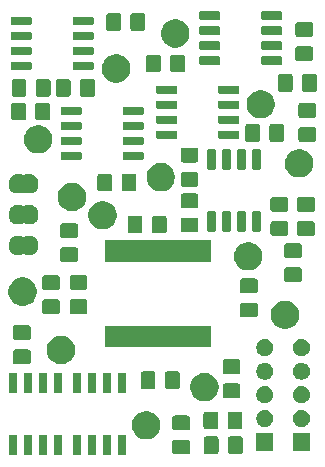
<source format=gbr>
G04 #@! TF.GenerationSoftware,KiCad,Pcbnew,(5.1.5)-3*
G04 #@! TF.CreationDate,2020-02-19T11:06:12+01:00*
G04 #@! TF.ProjectId,EM7SEG_DRIVER,454d3753-4547-45f4-9452-495645522e6b,rev?*
G04 #@! TF.SameCoordinates,Original*
G04 #@! TF.FileFunction,Soldermask,Bot*
G04 #@! TF.FilePolarity,Negative*
%FSLAX46Y46*%
G04 Gerber Fmt 4.6, Leading zero omitted, Abs format (unit mm)*
G04 Created by KiCad (PCBNEW (5.1.5)-3) date 2020-02-19 11:06:12*
%MOMM*%
%LPD*%
G04 APERTURE LIST*
%ADD10C,0.100000*%
G04 APERTURE END LIST*
D10*
G36*
X30562128Y-63257864D02*
G01*
X30583209Y-63264260D01*
X30602645Y-63274648D01*
X30619676Y-63288624D01*
X30633652Y-63305655D01*
X30644040Y-63325091D01*
X30650436Y-63346172D01*
X30653200Y-63374240D01*
X30653200Y-64887960D01*
X30650436Y-64916028D01*
X30644040Y-64937109D01*
X30633652Y-64956545D01*
X30619676Y-64973576D01*
X30602645Y-64987552D01*
X30583209Y-64997940D01*
X30562128Y-65004336D01*
X30534060Y-65007100D01*
X30070340Y-65007100D01*
X30042272Y-65004336D01*
X30021191Y-64997940D01*
X30001755Y-64987552D01*
X29984724Y-64973576D01*
X29970748Y-64956545D01*
X29960360Y-64937109D01*
X29953964Y-64916028D01*
X29951200Y-64887960D01*
X29951200Y-63374240D01*
X29953964Y-63346172D01*
X29960360Y-63325091D01*
X29970748Y-63305655D01*
X29984724Y-63288624D01*
X30001755Y-63274648D01*
X30021191Y-63264260D01*
X30042272Y-63257864D01*
X30070340Y-63255100D01*
X30534060Y-63255100D01*
X30562128Y-63257864D01*
G37*
G36*
X34727728Y-63257864D02*
G01*
X34748809Y-63264260D01*
X34768245Y-63274648D01*
X34785276Y-63288624D01*
X34799252Y-63305655D01*
X34809640Y-63325091D01*
X34816036Y-63346172D01*
X34818800Y-63374240D01*
X34818800Y-64887960D01*
X34816036Y-64916028D01*
X34809640Y-64937109D01*
X34799252Y-64956545D01*
X34785276Y-64973576D01*
X34768245Y-64987552D01*
X34748809Y-64997940D01*
X34727728Y-65004336D01*
X34699660Y-65007100D01*
X34235940Y-65007100D01*
X34207872Y-65004336D01*
X34186791Y-64997940D01*
X34167355Y-64987552D01*
X34150324Y-64973576D01*
X34136348Y-64956545D01*
X34125960Y-64937109D01*
X34119564Y-64916028D01*
X34116800Y-64887960D01*
X34116800Y-63374240D01*
X34119564Y-63346172D01*
X34125960Y-63325091D01*
X34136348Y-63305655D01*
X34150324Y-63288624D01*
X34167355Y-63274648D01*
X34186791Y-63264260D01*
X34207872Y-63257864D01*
X34235940Y-63255100D01*
X34699660Y-63255100D01*
X34727728Y-63257864D01*
G37*
G36*
X32187728Y-63257864D02*
G01*
X32208809Y-63264260D01*
X32228245Y-63274648D01*
X32245276Y-63288624D01*
X32259252Y-63305655D01*
X32269640Y-63325091D01*
X32276036Y-63346172D01*
X32278800Y-63374240D01*
X32278800Y-64887960D01*
X32276036Y-64916028D01*
X32269640Y-64937109D01*
X32259252Y-64956545D01*
X32245276Y-64973576D01*
X32228245Y-64987552D01*
X32208809Y-64997940D01*
X32187728Y-65004336D01*
X32159660Y-65007100D01*
X31695940Y-65007100D01*
X31667872Y-65004336D01*
X31646791Y-64997940D01*
X31627355Y-64987552D01*
X31610324Y-64973576D01*
X31596348Y-64956545D01*
X31585960Y-64937109D01*
X31579564Y-64916028D01*
X31576800Y-64887960D01*
X31576800Y-63374240D01*
X31579564Y-63346172D01*
X31585960Y-63325091D01*
X31596348Y-63305655D01*
X31610324Y-63288624D01*
X31627355Y-63274648D01*
X31646791Y-63264260D01*
X31667872Y-63257864D01*
X31695940Y-63255100D01*
X32159660Y-63255100D01*
X32187728Y-63257864D01*
G37*
G36*
X33457728Y-63257864D02*
G01*
X33478809Y-63264260D01*
X33498245Y-63274648D01*
X33515276Y-63288624D01*
X33529252Y-63305655D01*
X33539640Y-63325091D01*
X33546036Y-63346172D01*
X33548800Y-63374240D01*
X33548800Y-64887960D01*
X33546036Y-64916028D01*
X33539640Y-64937109D01*
X33529252Y-64956545D01*
X33515276Y-64973576D01*
X33498245Y-64987552D01*
X33478809Y-64997940D01*
X33457728Y-65004336D01*
X33429660Y-65007100D01*
X32965940Y-65007100D01*
X32937872Y-65004336D01*
X32916791Y-64997940D01*
X32897355Y-64987552D01*
X32880324Y-64973576D01*
X32866348Y-64956545D01*
X32855960Y-64937109D01*
X32849564Y-64916028D01*
X32846800Y-64887960D01*
X32846800Y-63374240D01*
X32849564Y-63346172D01*
X32855960Y-63325091D01*
X32866348Y-63305655D01*
X32880324Y-63288624D01*
X32897355Y-63274648D01*
X32916791Y-63264260D01*
X32937872Y-63257864D01*
X32965940Y-63255100D01*
X33429660Y-63255100D01*
X33457728Y-63257864D01*
G37*
G36*
X35997728Y-63257864D02*
G01*
X36018809Y-63264260D01*
X36038245Y-63274648D01*
X36055276Y-63288624D01*
X36069252Y-63305655D01*
X36079640Y-63325091D01*
X36086036Y-63346172D01*
X36088800Y-63374240D01*
X36088800Y-64887960D01*
X36086036Y-64916028D01*
X36079640Y-64937109D01*
X36069252Y-64956545D01*
X36055276Y-64973576D01*
X36038245Y-64987552D01*
X36018809Y-64997940D01*
X35997728Y-65004336D01*
X35969660Y-65007100D01*
X35505940Y-65007100D01*
X35477872Y-65004336D01*
X35456791Y-64997940D01*
X35437355Y-64987552D01*
X35420324Y-64973576D01*
X35406348Y-64956545D01*
X35395960Y-64937109D01*
X35389564Y-64916028D01*
X35386800Y-64887960D01*
X35386800Y-63374240D01*
X35389564Y-63346172D01*
X35395960Y-63325091D01*
X35406348Y-63305655D01*
X35420324Y-63288624D01*
X35437355Y-63274648D01*
X35456791Y-63264260D01*
X35477872Y-63257864D01*
X35505940Y-63255100D01*
X35969660Y-63255100D01*
X35997728Y-63257864D01*
G37*
G36*
X28022128Y-63257864D02*
G01*
X28043209Y-63264260D01*
X28062645Y-63274648D01*
X28079676Y-63288624D01*
X28093652Y-63305655D01*
X28104040Y-63325091D01*
X28110436Y-63346172D01*
X28113200Y-63374240D01*
X28113200Y-64887960D01*
X28110436Y-64916028D01*
X28104040Y-64937109D01*
X28093652Y-64956545D01*
X28079676Y-64973576D01*
X28062645Y-64987552D01*
X28043209Y-64997940D01*
X28022128Y-65004336D01*
X27994060Y-65007100D01*
X27530340Y-65007100D01*
X27502272Y-65004336D01*
X27481191Y-64997940D01*
X27461755Y-64987552D01*
X27444724Y-64973576D01*
X27430748Y-64956545D01*
X27420360Y-64937109D01*
X27413964Y-64916028D01*
X27411200Y-64887960D01*
X27411200Y-63374240D01*
X27413964Y-63346172D01*
X27420360Y-63325091D01*
X27430748Y-63305655D01*
X27444724Y-63288624D01*
X27461755Y-63274648D01*
X27481191Y-63264260D01*
X27502272Y-63257864D01*
X27530340Y-63255100D01*
X27994060Y-63255100D01*
X28022128Y-63257864D01*
G37*
G36*
X26752128Y-63257864D02*
G01*
X26773209Y-63264260D01*
X26792645Y-63274648D01*
X26809676Y-63288624D01*
X26823652Y-63305655D01*
X26834040Y-63325091D01*
X26840436Y-63346172D01*
X26843200Y-63374240D01*
X26843200Y-64887960D01*
X26840436Y-64916028D01*
X26834040Y-64937109D01*
X26823652Y-64956545D01*
X26809676Y-64973576D01*
X26792645Y-64987552D01*
X26773209Y-64997940D01*
X26752128Y-65004336D01*
X26724060Y-65007100D01*
X26260340Y-65007100D01*
X26232272Y-65004336D01*
X26211191Y-64997940D01*
X26191755Y-64987552D01*
X26174724Y-64973576D01*
X26160748Y-64956545D01*
X26150360Y-64937109D01*
X26143964Y-64916028D01*
X26141200Y-64887960D01*
X26141200Y-63374240D01*
X26143964Y-63346172D01*
X26150360Y-63325091D01*
X26160748Y-63305655D01*
X26174724Y-63288624D01*
X26191755Y-63274648D01*
X26211191Y-63264260D01*
X26232272Y-63257864D01*
X26260340Y-63255100D01*
X26724060Y-63255100D01*
X26752128Y-63257864D01*
G37*
G36*
X29292128Y-63257864D02*
G01*
X29313209Y-63264260D01*
X29332645Y-63274648D01*
X29349676Y-63288624D01*
X29363652Y-63305655D01*
X29374040Y-63325091D01*
X29380436Y-63346172D01*
X29383200Y-63374240D01*
X29383200Y-64887960D01*
X29380436Y-64916028D01*
X29374040Y-64937109D01*
X29363652Y-64956545D01*
X29349676Y-64973576D01*
X29332645Y-64987552D01*
X29313209Y-64997940D01*
X29292128Y-65004336D01*
X29264060Y-65007100D01*
X28800340Y-65007100D01*
X28772272Y-65004336D01*
X28751191Y-64997940D01*
X28731755Y-64987552D01*
X28714724Y-64973576D01*
X28700748Y-64956545D01*
X28690360Y-64937109D01*
X28683964Y-64916028D01*
X28681200Y-64887960D01*
X28681200Y-63374240D01*
X28683964Y-63346172D01*
X28690360Y-63325091D01*
X28700748Y-63305655D01*
X28714724Y-63288624D01*
X28731755Y-63274648D01*
X28751191Y-63264260D01*
X28772272Y-63257864D01*
X28800340Y-63255100D01*
X29264060Y-63255100D01*
X29292128Y-63257864D01*
G37*
G36*
X41302374Y-63690065D02*
G01*
X41340067Y-63701499D01*
X41374803Y-63720066D01*
X41405248Y-63745052D01*
X41430234Y-63775497D01*
X41448801Y-63810233D01*
X41460235Y-63847926D01*
X41464700Y-63893261D01*
X41464700Y-64729939D01*
X41460235Y-64775274D01*
X41448801Y-64812967D01*
X41430234Y-64847703D01*
X41405248Y-64878148D01*
X41374803Y-64903134D01*
X41340067Y-64921701D01*
X41302374Y-64933135D01*
X41257039Y-64937600D01*
X40170361Y-64937600D01*
X40125026Y-64933135D01*
X40087333Y-64921701D01*
X40052597Y-64903134D01*
X40022152Y-64878148D01*
X39997166Y-64847703D01*
X39978599Y-64812967D01*
X39967165Y-64775274D01*
X39962700Y-64729939D01*
X39962700Y-63893261D01*
X39967165Y-63847926D01*
X39978599Y-63810233D01*
X39997166Y-63775497D01*
X40022152Y-63745052D01*
X40052597Y-63720066D01*
X40087333Y-63701499D01*
X40125026Y-63690065D01*
X40170361Y-63685600D01*
X41257039Y-63685600D01*
X41302374Y-63690065D01*
G37*
G36*
X43723574Y-63406265D02*
G01*
X43761267Y-63417699D01*
X43796003Y-63436266D01*
X43826448Y-63461252D01*
X43851434Y-63491697D01*
X43870001Y-63526433D01*
X43881435Y-63564126D01*
X43885900Y-63609461D01*
X43885900Y-64696139D01*
X43881435Y-64741474D01*
X43870001Y-64779167D01*
X43851434Y-64813903D01*
X43826448Y-64844348D01*
X43796003Y-64869334D01*
X43761267Y-64887901D01*
X43723574Y-64899335D01*
X43678239Y-64903800D01*
X42841561Y-64903800D01*
X42796226Y-64899335D01*
X42758533Y-64887901D01*
X42723797Y-64869334D01*
X42693352Y-64844348D01*
X42668366Y-64813903D01*
X42649799Y-64779167D01*
X42638365Y-64741474D01*
X42633900Y-64696139D01*
X42633900Y-63609461D01*
X42638365Y-63564126D01*
X42649799Y-63526433D01*
X42668366Y-63491697D01*
X42693352Y-63461252D01*
X42723797Y-63436266D01*
X42758533Y-63417699D01*
X42796226Y-63406265D01*
X42841561Y-63401800D01*
X43678239Y-63401800D01*
X43723574Y-63406265D01*
G37*
G36*
X45773574Y-63406265D02*
G01*
X45811267Y-63417699D01*
X45846003Y-63436266D01*
X45876448Y-63461252D01*
X45901434Y-63491697D01*
X45920001Y-63526433D01*
X45931435Y-63564126D01*
X45935900Y-63609461D01*
X45935900Y-64696139D01*
X45931435Y-64741474D01*
X45920001Y-64779167D01*
X45901434Y-64813903D01*
X45876448Y-64844348D01*
X45846003Y-64869334D01*
X45811267Y-64887901D01*
X45773574Y-64899335D01*
X45728239Y-64903800D01*
X44891561Y-64903800D01*
X44846226Y-64899335D01*
X44808533Y-64887901D01*
X44773797Y-64869334D01*
X44743352Y-64844348D01*
X44718366Y-64813903D01*
X44699799Y-64779167D01*
X44688365Y-64741474D01*
X44683900Y-64696139D01*
X44683900Y-63609461D01*
X44688365Y-63564126D01*
X44699799Y-63526433D01*
X44718366Y-63491697D01*
X44743352Y-63461252D01*
X44773797Y-63436266D01*
X44808533Y-63417699D01*
X44846226Y-63406265D01*
X44891561Y-63401800D01*
X45728239Y-63401800D01*
X45773574Y-63406265D01*
G37*
G36*
X51627600Y-64607000D02*
G01*
X50175600Y-64607000D01*
X50175600Y-63155000D01*
X51627600Y-63155000D01*
X51627600Y-64607000D01*
G37*
G36*
X48528800Y-64607000D02*
G01*
X47076800Y-64607000D01*
X47076800Y-63155000D01*
X48528800Y-63155000D01*
X48528800Y-64607000D01*
G37*
G36*
X38107418Y-61303753D02*
G01*
X38325985Y-61394287D01*
X38325987Y-61394288D01*
X38522693Y-61525722D01*
X38689978Y-61693007D01*
X38767812Y-61809495D01*
X38821413Y-61889715D01*
X38911947Y-62108282D01*
X38958100Y-62340310D01*
X38958100Y-62576890D01*
X38911947Y-62808918D01*
X38821413Y-63027485D01*
X38821412Y-63027487D01*
X38689978Y-63224193D01*
X38522693Y-63391478D01*
X38325987Y-63522912D01*
X38325986Y-63522913D01*
X38325985Y-63522913D01*
X38107418Y-63613447D01*
X37875390Y-63659600D01*
X37638810Y-63659600D01*
X37406782Y-63613447D01*
X37188215Y-63522913D01*
X37188214Y-63522913D01*
X37188213Y-63522912D01*
X36991507Y-63391478D01*
X36824222Y-63224193D01*
X36692788Y-63027487D01*
X36692787Y-63027485D01*
X36602253Y-62808918D01*
X36556100Y-62576890D01*
X36556100Y-62340310D01*
X36602253Y-62108282D01*
X36692787Y-61889715D01*
X36746388Y-61809495D01*
X36824222Y-61693007D01*
X36991507Y-61525722D01*
X37188213Y-61394288D01*
X37188215Y-61394287D01*
X37406782Y-61303753D01*
X37638810Y-61257600D01*
X37875390Y-61257600D01*
X38107418Y-61303753D01*
G37*
G36*
X41302374Y-61640065D02*
G01*
X41340067Y-61651499D01*
X41374803Y-61670066D01*
X41405248Y-61695052D01*
X41430234Y-61725497D01*
X41448801Y-61760233D01*
X41460235Y-61797926D01*
X41464700Y-61843261D01*
X41464700Y-62679939D01*
X41460235Y-62725274D01*
X41448801Y-62762967D01*
X41430234Y-62797703D01*
X41405248Y-62828148D01*
X41374803Y-62853134D01*
X41340067Y-62871701D01*
X41302374Y-62883135D01*
X41257039Y-62887600D01*
X40170361Y-62887600D01*
X40125026Y-62883135D01*
X40087333Y-62871701D01*
X40052597Y-62853134D01*
X40022152Y-62828148D01*
X39997166Y-62797703D01*
X39978599Y-62762967D01*
X39967165Y-62725274D01*
X39962700Y-62679939D01*
X39962700Y-61843261D01*
X39967165Y-61797926D01*
X39978599Y-61760233D01*
X39997166Y-61725497D01*
X40022152Y-61695052D01*
X40052597Y-61670066D01*
X40087333Y-61651499D01*
X40125026Y-61640065D01*
X40170361Y-61635600D01*
X41257039Y-61635600D01*
X41302374Y-61640065D01*
G37*
G36*
X45751874Y-61305665D02*
G01*
X45789567Y-61317099D01*
X45824303Y-61335666D01*
X45854748Y-61360652D01*
X45879734Y-61391097D01*
X45898301Y-61425833D01*
X45909735Y-61463526D01*
X45914200Y-61508861D01*
X45914200Y-62595539D01*
X45909735Y-62640874D01*
X45898301Y-62678567D01*
X45879734Y-62713303D01*
X45854748Y-62743748D01*
X45824303Y-62768734D01*
X45789567Y-62787301D01*
X45751874Y-62798735D01*
X45706539Y-62803200D01*
X44869861Y-62803200D01*
X44824526Y-62798735D01*
X44786833Y-62787301D01*
X44752097Y-62768734D01*
X44721652Y-62743748D01*
X44696666Y-62713303D01*
X44678099Y-62678567D01*
X44666665Y-62640874D01*
X44662200Y-62595539D01*
X44662200Y-61508861D01*
X44666665Y-61463526D01*
X44678099Y-61425833D01*
X44696666Y-61391097D01*
X44721652Y-61360652D01*
X44752097Y-61335666D01*
X44786833Y-61317099D01*
X44824526Y-61305665D01*
X44869861Y-61301200D01*
X45706539Y-61301200D01*
X45751874Y-61305665D01*
G37*
G36*
X43701874Y-61305665D02*
G01*
X43739567Y-61317099D01*
X43774303Y-61335666D01*
X43804748Y-61360652D01*
X43829734Y-61391097D01*
X43848301Y-61425833D01*
X43859735Y-61463526D01*
X43864200Y-61508861D01*
X43864200Y-62595539D01*
X43859735Y-62640874D01*
X43848301Y-62678567D01*
X43829734Y-62713303D01*
X43804748Y-62743748D01*
X43774303Y-62768734D01*
X43739567Y-62787301D01*
X43701874Y-62798735D01*
X43656539Y-62803200D01*
X42819861Y-62803200D01*
X42774526Y-62798735D01*
X42736833Y-62787301D01*
X42702097Y-62768734D01*
X42671652Y-62743748D01*
X42646666Y-62713303D01*
X42628099Y-62678567D01*
X42616665Y-62640874D01*
X42612200Y-62595539D01*
X42612200Y-61508861D01*
X42616665Y-61463526D01*
X42628099Y-61425833D01*
X42646666Y-61391097D01*
X42671652Y-61360652D01*
X42702097Y-61335666D01*
X42736833Y-61317099D01*
X42774526Y-61305665D01*
X42819861Y-61301200D01*
X43656539Y-61301200D01*
X43701874Y-61305665D01*
G37*
G36*
X48014566Y-61182899D02*
G01*
X48146688Y-61237626D01*
X48146690Y-61237627D01*
X48265598Y-61317079D01*
X48366721Y-61418202D01*
X48446173Y-61537110D01*
X48446174Y-61537112D01*
X48500901Y-61669234D01*
X48528800Y-61809494D01*
X48528800Y-61952506D01*
X48500901Y-62092766D01*
X48446174Y-62224888D01*
X48446173Y-62224890D01*
X48366721Y-62343798D01*
X48265598Y-62444921D01*
X48146690Y-62524373D01*
X48146689Y-62524374D01*
X48146688Y-62524374D01*
X48014566Y-62579101D01*
X47874306Y-62607000D01*
X47731294Y-62607000D01*
X47591034Y-62579101D01*
X47458912Y-62524374D01*
X47458911Y-62524374D01*
X47458910Y-62524373D01*
X47340002Y-62444921D01*
X47238879Y-62343798D01*
X47159427Y-62224890D01*
X47159426Y-62224888D01*
X47104699Y-62092766D01*
X47076800Y-61952506D01*
X47076800Y-61809494D01*
X47104699Y-61669234D01*
X47159426Y-61537112D01*
X47159427Y-61537110D01*
X47238879Y-61418202D01*
X47340002Y-61317079D01*
X47458910Y-61237627D01*
X47458912Y-61237626D01*
X47591034Y-61182899D01*
X47731294Y-61155000D01*
X47874306Y-61155000D01*
X48014566Y-61182899D01*
G37*
G36*
X51113366Y-61182899D02*
G01*
X51245488Y-61237626D01*
X51245490Y-61237627D01*
X51364398Y-61317079D01*
X51465521Y-61418202D01*
X51544973Y-61537110D01*
X51544974Y-61537112D01*
X51599701Y-61669234D01*
X51627600Y-61809494D01*
X51627600Y-61952506D01*
X51599701Y-62092766D01*
X51544974Y-62224888D01*
X51544973Y-62224890D01*
X51465521Y-62343798D01*
X51364398Y-62444921D01*
X51245490Y-62524373D01*
X51245489Y-62524374D01*
X51245488Y-62524374D01*
X51113366Y-62579101D01*
X50973106Y-62607000D01*
X50830094Y-62607000D01*
X50689834Y-62579101D01*
X50557712Y-62524374D01*
X50557711Y-62524374D01*
X50557710Y-62524373D01*
X50438802Y-62444921D01*
X50337679Y-62343798D01*
X50258227Y-62224890D01*
X50258226Y-62224888D01*
X50203499Y-62092766D01*
X50175600Y-61952506D01*
X50175600Y-61809494D01*
X50203499Y-61669234D01*
X50258226Y-61537112D01*
X50258227Y-61537110D01*
X50337679Y-61418202D01*
X50438802Y-61317079D01*
X50557710Y-61237627D01*
X50557712Y-61237626D01*
X50689834Y-61182899D01*
X50830094Y-61155000D01*
X50973106Y-61155000D01*
X51113366Y-61182899D01*
G37*
G36*
X51113366Y-59182899D02*
G01*
X51245488Y-59237626D01*
X51245490Y-59237627D01*
X51364398Y-59317079D01*
X51465521Y-59418202D01*
X51465522Y-59418204D01*
X51544974Y-59537112D01*
X51599701Y-59669234D01*
X51627600Y-59809494D01*
X51627600Y-59952506D01*
X51599701Y-60092766D01*
X51544974Y-60224888D01*
X51544973Y-60224890D01*
X51465521Y-60343798D01*
X51364398Y-60444921D01*
X51245490Y-60524373D01*
X51245489Y-60524374D01*
X51245488Y-60524374D01*
X51113366Y-60579101D01*
X50973106Y-60607000D01*
X50830094Y-60607000D01*
X50689834Y-60579101D01*
X50557712Y-60524374D01*
X50557711Y-60524374D01*
X50557710Y-60524373D01*
X50438802Y-60444921D01*
X50337679Y-60343798D01*
X50258227Y-60224890D01*
X50258226Y-60224888D01*
X50203499Y-60092766D01*
X50175600Y-59952506D01*
X50175600Y-59809494D01*
X50203499Y-59669234D01*
X50258226Y-59537112D01*
X50337678Y-59418204D01*
X50337679Y-59418202D01*
X50438802Y-59317079D01*
X50557710Y-59237627D01*
X50557712Y-59237626D01*
X50689834Y-59182899D01*
X50830094Y-59155000D01*
X50973106Y-59155000D01*
X51113366Y-59182899D01*
G37*
G36*
X48014566Y-59182899D02*
G01*
X48146688Y-59237626D01*
X48146690Y-59237627D01*
X48265598Y-59317079D01*
X48366721Y-59418202D01*
X48366722Y-59418204D01*
X48446174Y-59537112D01*
X48500901Y-59669234D01*
X48528800Y-59809494D01*
X48528800Y-59952506D01*
X48500901Y-60092766D01*
X48446174Y-60224888D01*
X48446173Y-60224890D01*
X48366721Y-60343798D01*
X48265598Y-60444921D01*
X48146690Y-60524373D01*
X48146689Y-60524374D01*
X48146688Y-60524374D01*
X48014566Y-60579101D01*
X47874306Y-60607000D01*
X47731294Y-60607000D01*
X47591034Y-60579101D01*
X47458912Y-60524374D01*
X47458911Y-60524374D01*
X47458910Y-60524373D01*
X47340002Y-60444921D01*
X47238879Y-60343798D01*
X47159427Y-60224890D01*
X47159426Y-60224888D01*
X47104699Y-60092766D01*
X47076800Y-59952506D01*
X47076800Y-59809494D01*
X47104699Y-59669234D01*
X47159426Y-59537112D01*
X47238878Y-59418204D01*
X47238879Y-59418202D01*
X47340002Y-59317079D01*
X47458910Y-59237627D01*
X47458912Y-59237626D01*
X47591034Y-59182899D01*
X47731294Y-59155000D01*
X47874306Y-59155000D01*
X48014566Y-59182899D01*
G37*
G36*
X43035018Y-58077953D02*
G01*
X43253585Y-58168487D01*
X43253587Y-58168488D01*
X43450293Y-58299922D01*
X43617578Y-58467207D01*
X43710984Y-58607000D01*
X43749013Y-58663915D01*
X43839547Y-58882482D01*
X43885700Y-59114510D01*
X43885700Y-59351090D01*
X43839547Y-59583118D01*
X43767481Y-59757100D01*
X43749012Y-59801687D01*
X43617578Y-59998393D01*
X43450293Y-60165678D01*
X43253587Y-60297112D01*
X43253586Y-60297113D01*
X43253585Y-60297113D01*
X43035018Y-60387647D01*
X42802990Y-60433800D01*
X42566410Y-60433800D01*
X42334382Y-60387647D01*
X42115815Y-60297113D01*
X42115814Y-60297113D01*
X42115813Y-60297112D01*
X41919107Y-60165678D01*
X41751822Y-59998393D01*
X41620388Y-59801687D01*
X41601919Y-59757100D01*
X41529853Y-59583118D01*
X41483700Y-59351090D01*
X41483700Y-59114510D01*
X41529853Y-58882482D01*
X41620387Y-58663915D01*
X41658416Y-58607000D01*
X41751822Y-58467207D01*
X41919107Y-58299922D01*
X42115813Y-58168488D01*
X42115815Y-58168487D01*
X42334382Y-58077953D01*
X42566410Y-58031800D01*
X42802990Y-58031800D01*
X43035018Y-58077953D01*
G37*
G36*
X45572074Y-58925065D02*
G01*
X45609767Y-58936499D01*
X45644503Y-58955066D01*
X45674948Y-58980052D01*
X45699934Y-59010497D01*
X45718501Y-59045233D01*
X45729935Y-59082926D01*
X45734400Y-59128261D01*
X45734400Y-59964939D01*
X45729935Y-60010274D01*
X45718501Y-60047967D01*
X45699934Y-60082703D01*
X45674948Y-60113148D01*
X45644503Y-60138134D01*
X45609767Y-60156701D01*
X45572074Y-60168135D01*
X45526739Y-60172600D01*
X44440061Y-60172600D01*
X44394726Y-60168135D01*
X44357033Y-60156701D01*
X44322297Y-60138134D01*
X44291852Y-60113148D01*
X44266866Y-60082703D01*
X44248299Y-60047967D01*
X44236865Y-60010274D01*
X44232400Y-59964939D01*
X44232400Y-59128261D01*
X44236865Y-59082926D01*
X44248299Y-59045233D01*
X44266866Y-59010497D01*
X44291852Y-58980052D01*
X44322297Y-58955066D01*
X44357033Y-58936499D01*
X44394726Y-58925065D01*
X44440061Y-58920600D01*
X45526739Y-58920600D01*
X45572074Y-58925065D01*
G37*
G36*
X32187728Y-58007864D02*
G01*
X32208809Y-58014260D01*
X32228245Y-58024648D01*
X32245276Y-58038624D01*
X32259252Y-58055655D01*
X32269640Y-58075091D01*
X32276036Y-58096172D01*
X32278800Y-58124240D01*
X32278800Y-59637960D01*
X32276036Y-59666028D01*
X32269640Y-59687109D01*
X32259252Y-59706545D01*
X32245276Y-59723576D01*
X32228245Y-59737552D01*
X32208809Y-59747940D01*
X32187728Y-59754336D01*
X32159660Y-59757100D01*
X31695940Y-59757100D01*
X31667872Y-59754336D01*
X31646791Y-59747940D01*
X31627355Y-59737552D01*
X31610324Y-59723576D01*
X31596348Y-59706545D01*
X31585960Y-59687109D01*
X31579564Y-59666028D01*
X31576800Y-59637960D01*
X31576800Y-58124240D01*
X31579564Y-58096172D01*
X31585960Y-58075091D01*
X31596348Y-58055655D01*
X31610324Y-58038624D01*
X31627355Y-58024648D01*
X31646791Y-58014260D01*
X31667872Y-58007864D01*
X31695940Y-58005100D01*
X32159660Y-58005100D01*
X32187728Y-58007864D01*
G37*
G36*
X35997728Y-58007864D02*
G01*
X36018809Y-58014260D01*
X36038245Y-58024648D01*
X36055276Y-58038624D01*
X36069252Y-58055655D01*
X36079640Y-58075091D01*
X36086036Y-58096172D01*
X36088800Y-58124240D01*
X36088800Y-59637960D01*
X36086036Y-59666028D01*
X36079640Y-59687109D01*
X36069252Y-59706545D01*
X36055276Y-59723576D01*
X36038245Y-59737552D01*
X36018809Y-59747940D01*
X35997728Y-59754336D01*
X35969660Y-59757100D01*
X35505940Y-59757100D01*
X35477872Y-59754336D01*
X35456791Y-59747940D01*
X35437355Y-59737552D01*
X35420324Y-59723576D01*
X35406348Y-59706545D01*
X35395960Y-59687109D01*
X35389564Y-59666028D01*
X35386800Y-59637960D01*
X35386800Y-58124240D01*
X35389564Y-58096172D01*
X35395960Y-58075091D01*
X35406348Y-58055655D01*
X35420324Y-58038624D01*
X35437355Y-58024648D01*
X35456791Y-58014260D01*
X35477872Y-58007864D01*
X35505940Y-58005100D01*
X35969660Y-58005100D01*
X35997728Y-58007864D01*
G37*
G36*
X34727728Y-58007864D02*
G01*
X34748809Y-58014260D01*
X34768245Y-58024648D01*
X34785276Y-58038624D01*
X34799252Y-58055655D01*
X34809640Y-58075091D01*
X34816036Y-58096172D01*
X34818800Y-58124240D01*
X34818800Y-59637960D01*
X34816036Y-59666028D01*
X34809640Y-59687109D01*
X34799252Y-59706545D01*
X34785276Y-59723576D01*
X34768245Y-59737552D01*
X34748809Y-59747940D01*
X34727728Y-59754336D01*
X34699660Y-59757100D01*
X34235940Y-59757100D01*
X34207872Y-59754336D01*
X34186791Y-59747940D01*
X34167355Y-59737552D01*
X34150324Y-59723576D01*
X34136348Y-59706545D01*
X34125960Y-59687109D01*
X34119564Y-59666028D01*
X34116800Y-59637960D01*
X34116800Y-58124240D01*
X34119564Y-58096172D01*
X34125960Y-58075091D01*
X34136348Y-58055655D01*
X34150324Y-58038624D01*
X34167355Y-58024648D01*
X34186791Y-58014260D01*
X34207872Y-58007864D01*
X34235940Y-58005100D01*
X34699660Y-58005100D01*
X34727728Y-58007864D01*
G37*
G36*
X33457728Y-58007864D02*
G01*
X33478809Y-58014260D01*
X33498245Y-58024648D01*
X33515276Y-58038624D01*
X33529252Y-58055655D01*
X33539640Y-58075091D01*
X33546036Y-58096172D01*
X33548800Y-58124240D01*
X33548800Y-59637960D01*
X33546036Y-59666028D01*
X33539640Y-59687109D01*
X33529252Y-59706545D01*
X33515276Y-59723576D01*
X33498245Y-59737552D01*
X33478809Y-59747940D01*
X33457728Y-59754336D01*
X33429660Y-59757100D01*
X32965940Y-59757100D01*
X32937872Y-59754336D01*
X32916791Y-59747940D01*
X32897355Y-59737552D01*
X32880324Y-59723576D01*
X32866348Y-59706545D01*
X32855960Y-59687109D01*
X32849564Y-59666028D01*
X32846800Y-59637960D01*
X32846800Y-58124240D01*
X32849564Y-58096172D01*
X32855960Y-58075091D01*
X32866348Y-58055655D01*
X32880324Y-58038624D01*
X32897355Y-58024648D01*
X32916791Y-58014260D01*
X32937872Y-58007864D01*
X32965940Y-58005100D01*
X33429660Y-58005100D01*
X33457728Y-58007864D01*
G37*
G36*
X30562128Y-58007864D02*
G01*
X30583209Y-58014260D01*
X30602645Y-58024648D01*
X30619676Y-58038624D01*
X30633652Y-58055655D01*
X30644040Y-58075091D01*
X30650436Y-58096172D01*
X30653200Y-58124240D01*
X30653200Y-59637960D01*
X30650436Y-59666028D01*
X30644040Y-59687109D01*
X30633652Y-59706545D01*
X30619676Y-59723576D01*
X30602645Y-59737552D01*
X30583209Y-59747940D01*
X30562128Y-59754336D01*
X30534060Y-59757100D01*
X30070340Y-59757100D01*
X30042272Y-59754336D01*
X30021191Y-59747940D01*
X30001755Y-59737552D01*
X29984724Y-59723576D01*
X29970748Y-59706545D01*
X29960360Y-59687109D01*
X29953964Y-59666028D01*
X29951200Y-59637960D01*
X29951200Y-58124240D01*
X29953964Y-58096172D01*
X29960360Y-58075091D01*
X29970748Y-58055655D01*
X29984724Y-58038624D01*
X30001755Y-58024648D01*
X30021191Y-58014260D01*
X30042272Y-58007864D01*
X30070340Y-58005100D01*
X30534060Y-58005100D01*
X30562128Y-58007864D01*
G37*
G36*
X29292128Y-58007864D02*
G01*
X29313209Y-58014260D01*
X29332645Y-58024648D01*
X29349676Y-58038624D01*
X29363652Y-58055655D01*
X29374040Y-58075091D01*
X29380436Y-58096172D01*
X29383200Y-58124240D01*
X29383200Y-59637960D01*
X29380436Y-59666028D01*
X29374040Y-59687109D01*
X29363652Y-59706545D01*
X29349676Y-59723576D01*
X29332645Y-59737552D01*
X29313209Y-59747940D01*
X29292128Y-59754336D01*
X29264060Y-59757100D01*
X28800340Y-59757100D01*
X28772272Y-59754336D01*
X28751191Y-59747940D01*
X28731755Y-59737552D01*
X28714724Y-59723576D01*
X28700748Y-59706545D01*
X28690360Y-59687109D01*
X28683964Y-59666028D01*
X28681200Y-59637960D01*
X28681200Y-58124240D01*
X28683964Y-58096172D01*
X28690360Y-58075091D01*
X28700748Y-58055655D01*
X28714724Y-58038624D01*
X28731755Y-58024648D01*
X28751191Y-58014260D01*
X28772272Y-58007864D01*
X28800340Y-58005100D01*
X29264060Y-58005100D01*
X29292128Y-58007864D01*
G37*
G36*
X28022128Y-58007864D02*
G01*
X28043209Y-58014260D01*
X28062645Y-58024648D01*
X28079676Y-58038624D01*
X28093652Y-58055655D01*
X28104040Y-58075091D01*
X28110436Y-58096172D01*
X28113200Y-58124240D01*
X28113200Y-59637960D01*
X28110436Y-59666028D01*
X28104040Y-59687109D01*
X28093652Y-59706545D01*
X28079676Y-59723576D01*
X28062645Y-59737552D01*
X28043209Y-59747940D01*
X28022128Y-59754336D01*
X27994060Y-59757100D01*
X27530340Y-59757100D01*
X27502272Y-59754336D01*
X27481191Y-59747940D01*
X27461755Y-59737552D01*
X27444724Y-59723576D01*
X27430748Y-59706545D01*
X27420360Y-59687109D01*
X27413964Y-59666028D01*
X27411200Y-59637960D01*
X27411200Y-58124240D01*
X27413964Y-58096172D01*
X27420360Y-58075091D01*
X27430748Y-58055655D01*
X27444724Y-58038624D01*
X27461755Y-58024648D01*
X27481191Y-58014260D01*
X27502272Y-58007864D01*
X27530340Y-58005100D01*
X27994060Y-58005100D01*
X28022128Y-58007864D01*
G37*
G36*
X26752128Y-58007864D02*
G01*
X26773209Y-58014260D01*
X26792645Y-58024648D01*
X26809676Y-58038624D01*
X26823652Y-58055655D01*
X26834040Y-58075091D01*
X26840436Y-58096172D01*
X26843200Y-58124240D01*
X26843200Y-59637960D01*
X26840436Y-59666028D01*
X26834040Y-59687109D01*
X26823652Y-59706545D01*
X26809676Y-59723576D01*
X26792645Y-59737552D01*
X26773209Y-59747940D01*
X26752128Y-59754336D01*
X26724060Y-59757100D01*
X26260340Y-59757100D01*
X26232272Y-59754336D01*
X26211191Y-59747940D01*
X26191755Y-59737552D01*
X26174724Y-59723576D01*
X26160748Y-59706545D01*
X26150360Y-59687109D01*
X26143964Y-59666028D01*
X26141200Y-59637960D01*
X26141200Y-58124240D01*
X26143964Y-58096172D01*
X26150360Y-58075091D01*
X26160748Y-58055655D01*
X26174724Y-58038624D01*
X26191755Y-58024648D01*
X26211191Y-58014260D01*
X26232272Y-58007864D01*
X26260340Y-58005100D01*
X26724060Y-58005100D01*
X26752128Y-58007864D01*
G37*
G36*
X38381974Y-57912265D02*
G01*
X38419667Y-57923699D01*
X38454403Y-57942266D01*
X38484848Y-57967252D01*
X38509834Y-57997697D01*
X38528401Y-58032433D01*
X38539835Y-58070126D01*
X38544300Y-58115461D01*
X38544300Y-59202139D01*
X38539835Y-59247474D01*
X38528401Y-59285167D01*
X38509834Y-59319903D01*
X38484848Y-59350348D01*
X38454403Y-59375334D01*
X38419667Y-59393901D01*
X38381974Y-59405335D01*
X38336639Y-59409800D01*
X37499961Y-59409800D01*
X37454626Y-59405335D01*
X37416933Y-59393901D01*
X37382197Y-59375334D01*
X37351752Y-59350348D01*
X37326766Y-59319903D01*
X37308199Y-59285167D01*
X37296765Y-59247474D01*
X37292300Y-59202139D01*
X37292300Y-58115461D01*
X37296765Y-58070126D01*
X37308199Y-58032433D01*
X37326766Y-57997697D01*
X37351752Y-57967252D01*
X37382197Y-57942266D01*
X37416933Y-57923699D01*
X37454626Y-57912265D01*
X37499961Y-57907800D01*
X38336639Y-57907800D01*
X38381974Y-57912265D01*
G37*
G36*
X40431974Y-57912265D02*
G01*
X40469667Y-57923699D01*
X40504403Y-57942266D01*
X40534848Y-57967252D01*
X40559834Y-57997697D01*
X40578401Y-58032433D01*
X40589835Y-58070126D01*
X40594300Y-58115461D01*
X40594300Y-59202139D01*
X40589835Y-59247474D01*
X40578401Y-59285167D01*
X40559834Y-59319903D01*
X40534848Y-59350348D01*
X40504403Y-59375334D01*
X40469667Y-59393901D01*
X40431974Y-59405335D01*
X40386639Y-59409800D01*
X39549961Y-59409800D01*
X39504626Y-59405335D01*
X39466933Y-59393901D01*
X39432197Y-59375334D01*
X39401752Y-59350348D01*
X39376766Y-59319903D01*
X39358199Y-59285167D01*
X39346765Y-59247474D01*
X39342300Y-59202139D01*
X39342300Y-58115461D01*
X39346765Y-58070126D01*
X39358199Y-58032433D01*
X39376766Y-57997697D01*
X39401752Y-57967252D01*
X39432197Y-57942266D01*
X39466933Y-57923699D01*
X39504626Y-57912265D01*
X39549961Y-57907800D01*
X40386639Y-57907800D01*
X40431974Y-57912265D01*
G37*
G36*
X51113366Y-57182899D02*
G01*
X51245488Y-57237626D01*
X51245490Y-57237627D01*
X51364398Y-57317079D01*
X51465521Y-57418202D01*
X51465522Y-57418204D01*
X51544974Y-57537112D01*
X51599701Y-57669234D01*
X51627600Y-57809494D01*
X51627600Y-57952506D01*
X51599701Y-58092766D01*
X51544974Y-58224888D01*
X51544973Y-58224890D01*
X51465521Y-58343798D01*
X51364398Y-58444921D01*
X51245490Y-58524373D01*
X51245489Y-58524374D01*
X51245488Y-58524374D01*
X51113366Y-58579101D01*
X50973106Y-58607000D01*
X50830094Y-58607000D01*
X50689834Y-58579101D01*
X50557712Y-58524374D01*
X50557711Y-58524374D01*
X50557710Y-58524373D01*
X50438802Y-58444921D01*
X50337679Y-58343798D01*
X50258227Y-58224890D01*
X50258226Y-58224888D01*
X50203499Y-58092766D01*
X50175600Y-57952506D01*
X50175600Y-57809494D01*
X50203499Y-57669234D01*
X50258226Y-57537112D01*
X50337678Y-57418204D01*
X50337679Y-57418202D01*
X50438802Y-57317079D01*
X50557710Y-57237627D01*
X50557712Y-57237626D01*
X50689834Y-57182899D01*
X50830094Y-57155000D01*
X50973106Y-57155000D01*
X51113366Y-57182899D01*
G37*
G36*
X48014566Y-57182899D02*
G01*
X48146688Y-57237626D01*
X48146690Y-57237627D01*
X48265598Y-57317079D01*
X48366721Y-57418202D01*
X48366722Y-57418204D01*
X48446174Y-57537112D01*
X48500901Y-57669234D01*
X48528800Y-57809494D01*
X48528800Y-57952506D01*
X48500901Y-58092766D01*
X48446174Y-58224888D01*
X48446173Y-58224890D01*
X48366721Y-58343798D01*
X48265598Y-58444921D01*
X48146690Y-58524373D01*
X48146689Y-58524374D01*
X48146688Y-58524374D01*
X48014566Y-58579101D01*
X47874306Y-58607000D01*
X47731294Y-58607000D01*
X47591034Y-58579101D01*
X47458912Y-58524374D01*
X47458911Y-58524374D01*
X47458910Y-58524373D01*
X47340002Y-58444921D01*
X47238879Y-58343798D01*
X47159427Y-58224890D01*
X47159426Y-58224888D01*
X47104699Y-58092766D01*
X47076800Y-57952506D01*
X47076800Y-57809494D01*
X47104699Y-57669234D01*
X47159426Y-57537112D01*
X47238878Y-57418204D01*
X47238879Y-57418202D01*
X47340002Y-57317079D01*
X47458910Y-57237627D01*
X47458912Y-57237626D01*
X47591034Y-57182899D01*
X47731294Y-57155000D01*
X47874306Y-57155000D01*
X48014566Y-57182899D01*
G37*
G36*
X45572074Y-56875065D02*
G01*
X45609767Y-56886499D01*
X45644503Y-56905066D01*
X45674948Y-56930052D01*
X45699934Y-56960497D01*
X45718501Y-56995233D01*
X45729935Y-57032926D01*
X45734400Y-57078261D01*
X45734400Y-57914939D01*
X45729935Y-57960274D01*
X45718501Y-57997967D01*
X45699934Y-58032703D01*
X45674948Y-58063148D01*
X45644503Y-58088134D01*
X45609767Y-58106701D01*
X45572074Y-58118135D01*
X45526739Y-58122600D01*
X44440061Y-58122600D01*
X44394726Y-58118135D01*
X44357033Y-58106701D01*
X44322297Y-58088134D01*
X44291852Y-58063148D01*
X44266866Y-58032703D01*
X44248299Y-57997967D01*
X44236865Y-57960274D01*
X44232400Y-57914939D01*
X44232400Y-57078261D01*
X44236865Y-57032926D01*
X44248299Y-56995233D01*
X44266866Y-56960497D01*
X44291852Y-56930052D01*
X44322297Y-56905066D01*
X44357033Y-56886499D01*
X44394726Y-56875065D01*
X44440061Y-56870600D01*
X45526739Y-56870600D01*
X45572074Y-56875065D01*
G37*
G36*
X27817474Y-56054865D02*
G01*
X27855167Y-56066299D01*
X27889903Y-56084866D01*
X27920348Y-56109852D01*
X27945334Y-56140297D01*
X27963901Y-56175033D01*
X27975335Y-56212726D01*
X27979800Y-56258061D01*
X27979800Y-57094739D01*
X27975335Y-57140074D01*
X27963901Y-57177767D01*
X27945334Y-57212503D01*
X27920348Y-57242948D01*
X27889903Y-57267934D01*
X27855167Y-57286501D01*
X27817474Y-57297935D01*
X27772139Y-57302400D01*
X26685461Y-57302400D01*
X26640126Y-57297935D01*
X26602433Y-57286501D01*
X26567697Y-57267934D01*
X26537252Y-57242948D01*
X26512266Y-57212503D01*
X26493699Y-57177767D01*
X26482265Y-57140074D01*
X26477800Y-57094739D01*
X26477800Y-56258061D01*
X26482265Y-56212726D01*
X26493699Y-56175033D01*
X26512266Y-56140297D01*
X26537252Y-56109852D01*
X26567697Y-56084866D01*
X26602433Y-56066299D01*
X26640126Y-56054865D01*
X26685461Y-56050400D01*
X27772139Y-56050400D01*
X27817474Y-56054865D01*
G37*
G36*
X30893818Y-54928353D02*
G01*
X31112385Y-55018887D01*
X31112387Y-55018888D01*
X31309093Y-55150322D01*
X31476378Y-55317607D01*
X31543593Y-55418202D01*
X31607813Y-55514315D01*
X31698347Y-55732882D01*
X31744500Y-55964910D01*
X31744500Y-56201490D01*
X31698347Y-56433518D01*
X31638044Y-56579101D01*
X31607812Y-56652087D01*
X31476378Y-56848793D01*
X31309093Y-57016078D01*
X31112387Y-57147512D01*
X31112386Y-57147513D01*
X31112385Y-57147513D01*
X30893818Y-57238047D01*
X30661790Y-57284200D01*
X30425210Y-57284200D01*
X30193182Y-57238047D01*
X29974615Y-57147513D01*
X29974614Y-57147513D01*
X29974613Y-57147512D01*
X29777907Y-57016078D01*
X29610622Y-56848793D01*
X29479188Y-56652087D01*
X29448956Y-56579101D01*
X29388653Y-56433518D01*
X29342500Y-56201490D01*
X29342500Y-55964910D01*
X29388653Y-55732882D01*
X29479187Y-55514315D01*
X29543407Y-55418202D01*
X29610622Y-55317607D01*
X29777907Y-55150322D01*
X29974613Y-55018888D01*
X29974615Y-55018887D01*
X30193182Y-54928353D01*
X30425210Y-54882200D01*
X30661790Y-54882200D01*
X30893818Y-54928353D01*
G37*
G36*
X51113366Y-55182899D02*
G01*
X51242772Y-55236501D01*
X51245490Y-55237627D01*
X51364398Y-55317079D01*
X51465521Y-55418202D01*
X51544973Y-55537110D01*
X51544974Y-55537112D01*
X51599701Y-55669234D01*
X51627600Y-55809494D01*
X51627600Y-55952506D01*
X51599701Y-56092766D01*
X51547654Y-56218417D01*
X51544973Y-56224890D01*
X51465521Y-56343798D01*
X51364398Y-56444921D01*
X51245490Y-56524373D01*
X51245489Y-56524374D01*
X51245488Y-56524374D01*
X51113366Y-56579101D01*
X50973106Y-56607000D01*
X50830094Y-56607000D01*
X50689834Y-56579101D01*
X50557712Y-56524374D01*
X50557711Y-56524374D01*
X50557710Y-56524373D01*
X50438802Y-56444921D01*
X50337679Y-56343798D01*
X50258227Y-56224890D01*
X50255546Y-56218417D01*
X50203499Y-56092766D01*
X50175600Y-55952506D01*
X50175600Y-55809494D01*
X50203499Y-55669234D01*
X50258226Y-55537112D01*
X50258227Y-55537110D01*
X50337679Y-55418202D01*
X50438802Y-55317079D01*
X50557710Y-55237627D01*
X50560428Y-55236501D01*
X50689834Y-55182899D01*
X50830094Y-55155000D01*
X50973106Y-55155000D01*
X51113366Y-55182899D01*
G37*
G36*
X48014566Y-55182899D02*
G01*
X48143972Y-55236501D01*
X48146690Y-55237627D01*
X48265598Y-55317079D01*
X48366721Y-55418202D01*
X48446173Y-55537110D01*
X48446174Y-55537112D01*
X48500901Y-55669234D01*
X48528800Y-55809494D01*
X48528800Y-55952506D01*
X48500901Y-56092766D01*
X48448854Y-56218417D01*
X48446173Y-56224890D01*
X48366721Y-56343798D01*
X48265598Y-56444921D01*
X48146690Y-56524373D01*
X48146689Y-56524374D01*
X48146688Y-56524374D01*
X48014566Y-56579101D01*
X47874306Y-56607000D01*
X47731294Y-56607000D01*
X47591034Y-56579101D01*
X47458912Y-56524374D01*
X47458911Y-56524374D01*
X47458910Y-56524373D01*
X47340002Y-56444921D01*
X47238879Y-56343798D01*
X47159427Y-56224890D01*
X47156746Y-56218417D01*
X47104699Y-56092766D01*
X47076800Y-55952506D01*
X47076800Y-55809494D01*
X47104699Y-55669234D01*
X47159426Y-55537112D01*
X47159427Y-55537110D01*
X47238879Y-55418202D01*
X47340002Y-55317079D01*
X47458910Y-55237627D01*
X47461628Y-55236501D01*
X47591034Y-55182899D01*
X47731294Y-55155000D01*
X47874306Y-55155000D01*
X48014566Y-55182899D01*
G37*
G36*
X43261400Y-55872100D02*
G01*
X34259400Y-55872100D01*
X34259400Y-54020100D01*
X43261400Y-54020100D01*
X43261400Y-55872100D01*
G37*
G36*
X27817474Y-54004865D02*
G01*
X27855167Y-54016299D01*
X27889903Y-54034866D01*
X27920348Y-54059852D01*
X27945334Y-54090297D01*
X27963901Y-54125033D01*
X27975335Y-54162726D01*
X27979800Y-54208061D01*
X27979800Y-55044739D01*
X27975335Y-55090074D01*
X27963901Y-55127767D01*
X27945334Y-55162503D01*
X27920348Y-55192948D01*
X27889903Y-55217934D01*
X27855167Y-55236501D01*
X27817474Y-55247935D01*
X27772139Y-55252400D01*
X26685461Y-55252400D01*
X26640126Y-55247935D01*
X26602433Y-55236501D01*
X26567697Y-55217934D01*
X26537252Y-55192948D01*
X26512266Y-55162503D01*
X26493699Y-55127767D01*
X26482265Y-55090074D01*
X26477800Y-55044739D01*
X26477800Y-54208061D01*
X26482265Y-54162726D01*
X26493699Y-54125033D01*
X26512266Y-54090297D01*
X26537252Y-54059852D01*
X26567697Y-54034866D01*
X26602433Y-54016299D01*
X26640126Y-54004865D01*
X26685461Y-54000400D01*
X27772139Y-54000400D01*
X27817474Y-54004865D01*
G37*
G36*
X49867618Y-51956553D02*
G01*
X50086185Y-52047087D01*
X50086187Y-52047088D01*
X50282893Y-52178522D01*
X50450178Y-52345807D01*
X50581612Y-52542513D01*
X50581613Y-52542515D01*
X50672147Y-52761082D01*
X50718300Y-52993110D01*
X50718300Y-53229690D01*
X50672147Y-53461718D01*
X50581613Y-53680285D01*
X50581612Y-53680287D01*
X50450178Y-53876993D01*
X50282893Y-54044278D01*
X50086187Y-54175712D01*
X50086186Y-54175713D01*
X50086185Y-54175713D01*
X49867618Y-54266247D01*
X49635590Y-54312400D01*
X49399010Y-54312400D01*
X49166982Y-54266247D01*
X48948415Y-54175713D01*
X48948414Y-54175713D01*
X48948413Y-54175712D01*
X48751707Y-54044278D01*
X48584422Y-53876993D01*
X48452988Y-53680287D01*
X48452987Y-53680285D01*
X48362453Y-53461718D01*
X48316300Y-53229690D01*
X48316300Y-52993110D01*
X48362453Y-52761082D01*
X48452987Y-52542515D01*
X48452988Y-52542513D01*
X48584422Y-52345807D01*
X48751707Y-52178522D01*
X48948413Y-52047088D01*
X48948415Y-52047087D01*
X49166982Y-51956553D01*
X49399010Y-51910400D01*
X49635590Y-51910400D01*
X49867618Y-51956553D01*
G37*
G36*
X47045274Y-52092465D02*
G01*
X47082967Y-52103899D01*
X47117703Y-52122466D01*
X47148148Y-52147452D01*
X47173134Y-52177897D01*
X47191701Y-52212633D01*
X47203135Y-52250326D01*
X47207600Y-52295661D01*
X47207600Y-53132339D01*
X47203135Y-53177674D01*
X47191701Y-53215367D01*
X47173134Y-53250103D01*
X47148148Y-53280548D01*
X47117703Y-53305534D01*
X47082967Y-53324101D01*
X47045274Y-53335535D01*
X46999939Y-53340000D01*
X45913261Y-53340000D01*
X45867926Y-53335535D01*
X45830233Y-53324101D01*
X45795497Y-53305534D01*
X45765052Y-53280548D01*
X45740066Y-53250103D01*
X45721499Y-53215367D01*
X45710065Y-53177674D01*
X45705600Y-53132339D01*
X45705600Y-52295661D01*
X45710065Y-52250326D01*
X45721499Y-52212633D01*
X45740066Y-52177897D01*
X45765052Y-52147452D01*
X45795497Y-52122466D01*
X45830233Y-52103899D01*
X45867926Y-52092465D01*
X45913261Y-52088000D01*
X46999939Y-52088000D01*
X47045274Y-52092465D01*
G37*
G36*
X30288874Y-51815565D02*
G01*
X30326567Y-51826999D01*
X30361303Y-51845566D01*
X30391748Y-51870552D01*
X30416734Y-51900997D01*
X30435301Y-51935733D01*
X30446735Y-51973426D01*
X30451200Y-52018761D01*
X30451200Y-52855439D01*
X30446735Y-52900774D01*
X30435301Y-52938467D01*
X30416734Y-52973203D01*
X30391748Y-53003648D01*
X30361303Y-53028634D01*
X30326567Y-53047201D01*
X30288874Y-53058635D01*
X30243539Y-53063100D01*
X29156861Y-53063100D01*
X29111526Y-53058635D01*
X29073833Y-53047201D01*
X29039097Y-53028634D01*
X29008652Y-53003648D01*
X28983666Y-52973203D01*
X28965099Y-52938467D01*
X28953665Y-52900774D01*
X28949200Y-52855439D01*
X28949200Y-52018761D01*
X28953665Y-51973426D01*
X28965099Y-51935733D01*
X28983666Y-51900997D01*
X29008652Y-51870552D01*
X29039097Y-51845566D01*
X29073833Y-51826999D01*
X29111526Y-51815565D01*
X29156861Y-51811100D01*
X30243539Y-51811100D01*
X30288874Y-51815565D01*
G37*
G36*
X32612974Y-51802865D02*
G01*
X32650667Y-51814299D01*
X32685403Y-51832866D01*
X32715848Y-51857852D01*
X32740834Y-51888297D01*
X32759401Y-51923033D01*
X32770835Y-51960726D01*
X32775300Y-52006061D01*
X32775300Y-52842739D01*
X32770835Y-52888074D01*
X32759401Y-52925767D01*
X32740834Y-52960503D01*
X32715848Y-52990948D01*
X32685403Y-53015934D01*
X32650667Y-53034501D01*
X32612974Y-53045935D01*
X32567639Y-53050400D01*
X31480961Y-53050400D01*
X31435626Y-53045935D01*
X31397933Y-53034501D01*
X31363197Y-53015934D01*
X31332752Y-52990948D01*
X31307766Y-52960503D01*
X31289199Y-52925767D01*
X31277765Y-52888074D01*
X31273300Y-52842739D01*
X31273300Y-52006061D01*
X31277765Y-51960726D01*
X31289199Y-51923033D01*
X31307766Y-51888297D01*
X31332752Y-51857852D01*
X31363197Y-51832866D01*
X31397933Y-51814299D01*
X31435626Y-51802865D01*
X31480961Y-51798400D01*
X32567639Y-51798400D01*
X32612974Y-51802865D01*
G37*
G36*
X27642618Y-50000753D02*
G01*
X27843276Y-50083869D01*
X27861187Y-50091288D01*
X28057893Y-50222722D01*
X28225178Y-50390007D01*
X28356612Y-50586713D01*
X28356613Y-50586715D01*
X28447147Y-50805282D01*
X28493300Y-51037310D01*
X28493300Y-51273890D01*
X28447147Y-51505918D01*
X28356613Y-51724485D01*
X28356612Y-51724487D01*
X28225178Y-51921193D01*
X28057893Y-52088478D01*
X27861187Y-52219912D01*
X27861186Y-52219913D01*
X27861185Y-52219913D01*
X27642618Y-52310447D01*
X27410590Y-52356600D01*
X27174010Y-52356600D01*
X26941982Y-52310447D01*
X26723415Y-52219913D01*
X26723414Y-52219913D01*
X26723413Y-52219912D01*
X26526707Y-52088478D01*
X26359422Y-51921193D01*
X26227988Y-51724487D01*
X26227987Y-51724485D01*
X26137453Y-51505918D01*
X26091300Y-51273890D01*
X26091300Y-51037310D01*
X26137453Y-50805282D01*
X26227987Y-50586715D01*
X26227988Y-50586713D01*
X26359422Y-50390007D01*
X26526707Y-50222722D01*
X26723413Y-50091288D01*
X26741324Y-50083869D01*
X26941982Y-50000753D01*
X27174010Y-49954600D01*
X27410590Y-49954600D01*
X27642618Y-50000753D01*
G37*
G36*
X47045274Y-50042465D02*
G01*
X47082967Y-50053899D01*
X47117703Y-50072466D01*
X47148148Y-50097452D01*
X47173134Y-50127897D01*
X47191701Y-50162633D01*
X47203135Y-50200326D01*
X47207600Y-50245661D01*
X47207600Y-51082339D01*
X47203135Y-51127674D01*
X47191701Y-51165367D01*
X47173134Y-51200103D01*
X47148148Y-51230548D01*
X47117703Y-51255534D01*
X47082967Y-51274101D01*
X47045274Y-51285535D01*
X46999939Y-51290000D01*
X45913261Y-51290000D01*
X45867926Y-51285535D01*
X45830233Y-51274101D01*
X45795497Y-51255534D01*
X45765052Y-51230548D01*
X45740066Y-51200103D01*
X45721499Y-51165367D01*
X45710065Y-51127674D01*
X45705600Y-51082339D01*
X45705600Y-50245661D01*
X45710065Y-50200326D01*
X45721499Y-50162633D01*
X45740066Y-50127897D01*
X45765052Y-50097452D01*
X45795497Y-50072466D01*
X45830233Y-50053899D01*
X45867926Y-50042465D01*
X45913261Y-50038000D01*
X46999939Y-50038000D01*
X47045274Y-50042465D01*
G37*
G36*
X30288874Y-49765565D02*
G01*
X30326567Y-49776999D01*
X30361303Y-49795566D01*
X30391748Y-49820552D01*
X30416734Y-49850997D01*
X30435301Y-49885733D01*
X30446735Y-49923426D01*
X30451200Y-49968761D01*
X30451200Y-50805439D01*
X30446735Y-50850774D01*
X30435301Y-50888467D01*
X30416734Y-50923203D01*
X30391748Y-50953648D01*
X30361303Y-50978634D01*
X30326567Y-50997201D01*
X30288874Y-51008635D01*
X30243539Y-51013100D01*
X29156861Y-51013100D01*
X29111526Y-51008635D01*
X29073833Y-50997201D01*
X29039097Y-50978634D01*
X29008652Y-50953648D01*
X28983666Y-50923203D01*
X28965099Y-50888467D01*
X28953665Y-50850774D01*
X28949200Y-50805439D01*
X28949200Y-49968761D01*
X28953665Y-49923426D01*
X28965099Y-49885733D01*
X28983666Y-49850997D01*
X29008652Y-49820552D01*
X29039097Y-49795566D01*
X29073833Y-49776999D01*
X29111526Y-49765565D01*
X29156861Y-49761100D01*
X30243539Y-49761100D01*
X30288874Y-49765565D01*
G37*
G36*
X32612974Y-49752865D02*
G01*
X32650667Y-49764299D01*
X32685403Y-49782866D01*
X32715848Y-49807852D01*
X32740834Y-49838297D01*
X32759401Y-49873033D01*
X32770835Y-49910726D01*
X32775300Y-49956061D01*
X32775300Y-50792739D01*
X32770835Y-50838074D01*
X32759401Y-50875767D01*
X32740834Y-50910503D01*
X32715848Y-50940948D01*
X32685403Y-50965934D01*
X32650667Y-50984501D01*
X32612974Y-50995935D01*
X32567639Y-51000400D01*
X31480961Y-51000400D01*
X31435626Y-50995935D01*
X31397933Y-50984501D01*
X31363197Y-50965934D01*
X31332752Y-50940948D01*
X31307766Y-50910503D01*
X31289199Y-50875767D01*
X31277765Y-50838074D01*
X31273300Y-50792739D01*
X31273300Y-49956061D01*
X31277765Y-49910726D01*
X31289199Y-49873033D01*
X31307766Y-49838297D01*
X31332752Y-49807852D01*
X31363197Y-49782866D01*
X31397933Y-49764299D01*
X31435626Y-49752865D01*
X31480961Y-49748400D01*
X32567639Y-49748400D01*
X32612974Y-49752865D01*
G37*
G36*
X50779074Y-49107965D02*
G01*
X50816767Y-49119399D01*
X50851503Y-49137966D01*
X50881948Y-49162952D01*
X50906934Y-49193397D01*
X50925501Y-49228133D01*
X50936935Y-49265826D01*
X50941400Y-49311161D01*
X50941400Y-50147839D01*
X50936935Y-50193174D01*
X50925501Y-50230867D01*
X50906934Y-50265603D01*
X50881948Y-50296048D01*
X50851503Y-50321034D01*
X50816767Y-50339601D01*
X50779074Y-50351035D01*
X50733739Y-50355500D01*
X49647061Y-50355500D01*
X49601726Y-50351035D01*
X49564033Y-50339601D01*
X49529297Y-50321034D01*
X49498852Y-50296048D01*
X49473866Y-50265603D01*
X49455299Y-50230867D01*
X49443865Y-50193174D01*
X49439400Y-50147839D01*
X49439400Y-49311161D01*
X49443865Y-49265826D01*
X49455299Y-49228133D01*
X49473866Y-49193397D01*
X49498852Y-49162952D01*
X49529297Y-49137966D01*
X49564033Y-49119399D01*
X49601726Y-49107965D01*
X49647061Y-49103500D01*
X50733739Y-49103500D01*
X50779074Y-49107965D01*
G37*
G36*
X46743418Y-47003553D02*
G01*
X46961985Y-47094087D01*
X46961987Y-47094088D01*
X47158693Y-47225522D01*
X47325978Y-47392807D01*
X47457412Y-47589513D01*
X47457413Y-47589515D01*
X47547947Y-47808082D01*
X47594100Y-48040110D01*
X47594100Y-48276690D01*
X47547947Y-48508718D01*
X47457413Y-48727285D01*
X47457412Y-48727287D01*
X47325978Y-48923993D01*
X47158693Y-49091278D01*
X46961987Y-49222712D01*
X46961986Y-49222713D01*
X46961985Y-49222713D01*
X46743418Y-49313247D01*
X46511390Y-49359400D01*
X46274810Y-49359400D01*
X46042782Y-49313247D01*
X45824215Y-49222713D01*
X45824214Y-49222713D01*
X45824213Y-49222712D01*
X45627507Y-49091278D01*
X45460222Y-48923993D01*
X45328788Y-48727287D01*
X45328787Y-48727285D01*
X45238253Y-48508718D01*
X45192100Y-48276690D01*
X45192100Y-48040110D01*
X45238253Y-47808082D01*
X45328787Y-47589515D01*
X45328788Y-47589513D01*
X45460222Y-47392807D01*
X45627507Y-47225522D01*
X45824213Y-47094088D01*
X45824215Y-47094087D01*
X46042782Y-47003553D01*
X46274810Y-46957400D01*
X46511390Y-46957400D01*
X46743418Y-47003553D01*
G37*
G36*
X43261400Y-48672100D02*
G01*
X34259400Y-48672100D01*
X34259400Y-46820100D01*
X43261400Y-46820100D01*
X43261400Y-48672100D01*
G37*
G36*
X31823074Y-47411265D02*
G01*
X31860767Y-47422699D01*
X31895503Y-47441266D01*
X31925948Y-47466252D01*
X31950934Y-47496697D01*
X31969501Y-47531433D01*
X31980935Y-47569126D01*
X31985400Y-47614461D01*
X31985400Y-48451139D01*
X31980935Y-48496474D01*
X31969501Y-48534167D01*
X31950934Y-48568903D01*
X31925948Y-48599348D01*
X31895503Y-48624334D01*
X31860767Y-48642901D01*
X31823074Y-48654335D01*
X31777739Y-48658800D01*
X30691061Y-48658800D01*
X30645726Y-48654335D01*
X30608033Y-48642901D01*
X30573297Y-48624334D01*
X30542852Y-48599348D01*
X30517866Y-48568903D01*
X30499299Y-48534167D01*
X30487865Y-48496474D01*
X30483400Y-48451139D01*
X30483400Y-47614461D01*
X30487865Y-47569126D01*
X30499299Y-47531433D01*
X30517866Y-47496697D01*
X30542852Y-47466252D01*
X30573297Y-47441266D01*
X30608033Y-47422699D01*
X30645726Y-47411265D01*
X30691061Y-47406800D01*
X31777739Y-47406800D01*
X31823074Y-47411265D01*
G37*
G36*
X50779074Y-47057965D02*
G01*
X50816767Y-47069399D01*
X50851503Y-47087966D01*
X50881948Y-47112952D01*
X50906934Y-47143397D01*
X50925501Y-47178133D01*
X50936935Y-47215826D01*
X50941400Y-47261161D01*
X50941400Y-48097839D01*
X50936935Y-48143174D01*
X50925501Y-48180867D01*
X50906934Y-48215603D01*
X50881948Y-48246048D01*
X50851503Y-48271034D01*
X50816767Y-48289601D01*
X50779074Y-48301035D01*
X50733739Y-48305500D01*
X49647061Y-48305500D01*
X49601726Y-48301035D01*
X49564033Y-48289601D01*
X49529297Y-48271034D01*
X49498852Y-48246048D01*
X49473866Y-48215603D01*
X49455299Y-48180867D01*
X49443865Y-48143174D01*
X49439400Y-48097839D01*
X49439400Y-47261161D01*
X49443865Y-47215826D01*
X49455299Y-47178133D01*
X49473866Y-47143397D01*
X49498852Y-47112952D01*
X49529297Y-47087966D01*
X49564033Y-47069399D01*
X49601726Y-47057965D01*
X49647061Y-47053500D01*
X50733739Y-47053500D01*
X50779074Y-47057965D01*
G37*
G36*
X27241199Y-46431037D02*
G01*
X27250808Y-46433952D01*
X27259672Y-46438690D01*
X27267437Y-46445063D01*
X27277648Y-46457506D01*
X27284578Y-46467875D01*
X27301905Y-46485202D01*
X27322280Y-46498815D01*
X27344920Y-46508191D01*
X27368953Y-46512971D01*
X27393457Y-46512970D01*
X27417490Y-46508188D01*
X27440129Y-46498810D01*
X27460502Y-46485195D01*
X27477829Y-46467868D01*
X27484758Y-46457498D01*
X27494963Y-46445063D01*
X27502728Y-46438690D01*
X27511592Y-46433952D01*
X27521201Y-46431037D01*
X27537340Y-46429448D01*
X28025061Y-46429448D01*
X28043399Y-46431254D01*
X28055650Y-46431856D01*
X28074069Y-46431856D01*
X28096349Y-46434050D01*
X28180433Y-46450776D01*
X28201860Y-46457276D01*
X28281058Y-46490080D01*
X28286503Y-46492991D01*
X28286509Y-46492993D01*
X28295369Y-46497729D01*
X28295373Y-46497732D01*
X28300814Y-46500640D01*
X28372099Y-46548271D01*
X28389404Y-46562472D01*
X28450028Y-46623096D01*
X28464229Y-46640401D01*
X28511860Y-46711686D01*
X28514768Y-46717127D01*
X28514771Y-46717131D01*
X28519507Y-46725991D01*
X28519509Y-46725997D01*
X28522420Y-46731442D01*
X28555224Y-46810640D01*
X28561724Y-46832067D01*
X28578450Y-46916151D01*
X28580644Y-46938431D01*
X28580644Y-46956850D01*
X28581246Y-46969101D01*
X28583052Y-46987439D01*
X28583052Y-47475162D01*
X28581246Y-47493499D01*
X28580644Y-47505750D01*
X28580644Y-47524169D01*
X28578450Y-47546449D01*
X28561724Y-47630533D01*
X28555224Y-47651960D01*
X28522420Y-47731158D01*
X28519509Y-47736603D01*
X28519507Y-47736609D01*
X28514771Y-47745469D01*
X28514768Y-47745473D01*
X28511860Y-47750914D01*
X28464229Y-47822199D01*
X28450028Y-47839504D01*
X28389404Y-47900128D01*
X28372099Y-47914329D01*
X28300814Y-47961960D01*
X28295373Y-47964868D01*
X28295369Y-47964871D01*
X28286509Y-47969607D01*
X28286503Y-47969609D01*
X28281058Y-47972520D01*
X28201860Y-48005324D01*
X28180433Y-48011824D01*
X28096349Y-48028550D01*
X28074069Y-48030744D01*
X28055650Y-48030744D01*
X28043399Y-48031346D01*
X28025062Y-48033152D01*
X27537340Y-48033152D01*
X27521201Y-48031563D01*
X27511592Y-48028648D01*
X27502728Y-48023910D01*
X27494963Y-48017537D01*
X27484752Y-48005094D01*
X27477822Y-47994725D01*
X27460495Y-47977398D01*
X27440120Y-47963785D01*
X27417480Y-47954409D01*
X27393447Y-47949629D01*
X27368943Y-47949630D01*
X27344910Y-47954412D01*
X27322271Y-47963790D01*
X27301898Y-47977405D01*
X27284571Y-47994732D01*
X27277642Y-48005102D01*
X27267437Y-48017537D01*
X27259672Y-48023910D01*
X27250808Y-48028648D01*
X27241199Y-48031563D01*
X27225060Y-48033152D01*
X26737338Y-48033152D01*
X26719001Y-48031346D01*
X26706750Y-48030744D01*
X26688331Y-48030744D01*
X26666051Y-48028550D01*
X26581967Y-48011824D01*
X26560540Y-48005324D01*
X26481342Y-47972520D01*
X26475897Y-47969609D01*
X26475891Y-47969607D01*
X26467031Y-47964871D01*
X26467027Y-47964868D01*
X26461586Y-47961960D01*
X26390301Y-47914329D01*
X26372996Y-47900128D01*
X26312372Y-47839504D01*
X26298171Y-47822199D01*
X26250540Y-47750914D01*
X26247632Y-47745473D01*
X26247629Y-47745469D01*
X26242893Y-47736609D01*
X26242891Y-47736603D01*
X26239980Y-47731158D01*
X26207176Y-47651960D01*
X26200676Y-47630533D01*
X26183950Y-47546449D01*
X26181756Y-47524169D01*
X26181756Y-47505750D01*
X26181154Y-47493499D01*
X26179348Y-47475162D01*
X26179348Y-46987438D01*
X26181154Y-46969101D01*
X26181756Y-46956850D01*
X26181756Y-46938431D01*
X26183950Y-46916151D01*
X26200676Y-46832067D01*
X26207176Y-46810640D01*
X26239980Y-46731442D01*
X26242891Y-46725997D01*
X26242893Y-46725991D01*
X26247629Y-46717131D01*
X26247632Y-46717127D01*
X26250540Y-46711686D01*
X26298171Y-46640401D01*
X26312372Y-46623096D01*
X26372996Y-46562472D01*
X26390301Y-46548271D01*
X26461586Y-46500640D01*
X26467027Y-46497732D01*
X26467031Y-46497729D01*
X26475891Y-46492993D01*
X26475897Y-46492991D01*
X26481342Y-46490080D01*
X26560540Y-46457276D01*
X26581967Y-46450776D01*
X26666051Y-46434050D01*
X26688331Y-46431856D01*
X26706750Y-46431856D01*
X26719001Y-46431254D01*
X26737339Y-46429448D01*
X27225060Y-46429448D01*
X27241199Y-46431037D01*
G37*
G36*
X31823074Y-45361265D02*
G01*
X31860767Y-45372699D01*
X31895503Y-45391266D01*
X31925948Y-45416252D01*
X31950934Y-45446697D01*
X31969501Y-45481433D01*
X31980935Y-45519126D01*
X31985400Y-45564461D01*
X31985400Y-46401139D01*
X31980935Y-46446474D01*
X31969501Y-46484167D01*
X31950934Y-46518903D01*
X31925948Y-46549348D01*
X31895503Y-46574334D01*
X31860767Y-46592901D01*
X31823074Y-46604335D01*
X31777739Y-46608800D01*
X30691061Y-46608800D01*
X30645726Y-46604335D01*
X30608033Y-46592901D01*
X30573297Y-46574334D01*
X30542852Y-46549348D01*
X30517866Y-46518903D01*
X30499299Y-46484167D01*
X30487865Y-46446474D01*
X30483400Y-46401139D01*
X30483400Y-45564461D01*
X30487865Y-45519126D01*
X30499299Y-45481433D01*
X30517866Y-45446697D01*
X30542852Y-45416252D01*
X30573297Y-45391266D01*
X30608033Y-45372699D01*
X30645726Y-45361265D01*
X30691061Y-45356800D01*
X31777739Y-45356800D01*
X31823074Y-45361265D01*
G37*
G36*
X51871274Y-45196365D02*
G01*
X51908967Y-45207799D01*
X51943703Y-45226366D01*
X51974148Y-45251352D01*
X51999134Y-45281797D01*
X52017701Y-45316533D01*
X52029135Y-45354226D01*
X52033600Y-45399561D01*
X52033600Y-46236239D01*
X52029135Y-46281574D01*
X52017701Y-46319267D01*
X51999134Y-46354003D01*
X51974148Y-46384448D01*
X51943703Y-46409434D01*
X51908967Y-46428001D01*
X51871274Y-46439435D01*
X51825939Y-46443900D01*
X50739261Y-46443900D01*
X50693926Y-46439435D01*
X50656233Y-46428001D01*
X50621497Y-46409434D01*
X50591052Y-46384448D01*
X50566066Y-46354003D01*
X50547499Y-46319267D01*
X50536065Y-46281574D01*
X50531600Y-46236239D01*
X50531600Y-45399561D01*
X50536065Y-45354226D01*
X50547499Y-45316533D01*
X50566066Y-45281797D01*
X50591052Y-45251352D01*
X50621497Y-45226366D01*
X50656233Y-45207799D01*
X50693926Y-45196365D01*
X50739261Y-45191900D01*
X51825939Y-45191900D01*
X51871274Y-45196365D01*
G37*
G36*
X49623374Y-45183665D02*
G01*
X49661067Y-45195099D01*
X49695803Y-45213666D01*
X49726248Y-45238652D01*
X49751234Y-45269097D01*
X49769801Y-45303833D01*
X49781235Y-45341526D01*
X49785700Y-45386861D01*
X49785700Y-46223539D01*
X49781235Y-46268874D01*
X49769801Y-46306567D01*
X49751234Y-46341303D01*
X49726248Y-46371748D01*
X49695803Y-46396734D01*
X49661067Y-46415301D01*
X49623374Y-46426735D01*
X49578039Y-46431200D01*
X48491361Y-46431200D01*
X48446026Y-46426735D01*
X48408333Y-46415301D01*
X48373597Y-46396734D01*
X48343152Y-46371748D01*
X48318166Y-46341303D01*
X48299599Y-46306567D01*
X48288165Y-46268874D01*
X48283700Y-46223539D01*
X48283700Y-45386861D01*
X48288165Y-45341526D01*
X48299599Y-45303833D01*
X48318166Y-45269097D01*
X48343152Y-45238652D01*
X48373597Y-45213666D01*
X48408333Y-45195099D01*
X48446026Y-45183665D01*
X48491361Y-45179200D01*
X49578039Y-45179200D01*
X49623374Y-45183665D01*
G37*
G36*
X39334674Y-44732165D02*
G01*
X39372367Y-44743599D01*
X39407103Y-44762166D01*
X39437548Y-44787152D01*
X39462534Y-44817597D01*
X39481101Y-44852333D01*
X39492535Y-44890026D01*
X39497000Y-44935361D01*
X39497000Y-46022039D01*
X39492535Y-46067374D01*
X39481101Y-46105067D01*
X39462534Y-46139803D01*
X39437548Y-46170248D01*
X39407103Y-46195234D01*
X39372367Y-46213801D01*
X39334674Y-46225235D01*
X39289339Y-46229700D01*
X38452661Y-46229700D01*
X38407326Y-46225235D01*
X38369633Y-46213801D01*
X38334897Y-46195234D01*
X38304452Y-46170248D01*
X38279466Y-46139803D01*
X38260899Y-46105067D01*
X38249465Y-46067374D01*
X38245000Y-46022039D01*
X38245000Y-44935361D01*
X38249465Y-44890026D01*
X38260899Y-44852333D01*
X38279466Y-44817597D01*
X38304452Y-44787152D01*
X38334897Y-44762166D01*
X38369633Y-44743599D01*
X38407326Y-44732165D01*
X38452661Y-44727700D01*
X39289339Y-44727700D01*
X39334674Y-44732165D01*
G37*
G36*
X37284674Y-44732165D02*
G01*
X37322367Y-44743599D01*
X37357103Y-44762166D01*
X37387548Y-44787152D01*
X37412534Y-44817597D01*
X37431101Y-44852333D01*
X37442535Y-44890026D01*
X37447000Y-44935361D01*
X37447000Y-46022039D01*
X37442535Y-46067374D01*
X37431101Y-46105067D01*
X37412534Y-46139803D01*
X37387548Y-46170248D01*
X37357103Y-46195234D01*
X37322367Y-46213801D01*
X37284674Y-46225235D01*
X37239339Y-46229700D01*
X36402661Y-46229700D01*
X36357326Y-46225235D01*
X36319633Y-46213801D01*
X36284897Y-46195234D01*
X36254452Y-46170248D01*
X36229466Y-46139803D01*
X36210899Y-46105067D01*
X36199465Y-46067374D01*
X36195000Y-46022039D01*
X36195000Y-44935361D01*
X36199465Y-44890026D01*
X36210899Y-44852333D01*
X36229466Y-44817597D01*
X36254452Y-44787152D01*
X36284897Y-44762166D01*
X36319633Y-44743599D01*
X36357326Y-44732165D01*
X36402661Y-44727700D01*
X37239339Y-44727700D01*
X37284674Y-44732165D01*
G37*
G36*
X42016074Y-44891565D02*
G01*
X42053767Y-44902999D01*
X42088503Y-44921566D01*
X42118948Y-44946552D01*
X42143934Y-44976997D01*
X42162501Y-45011733D01*
X42173935Y-45049426D01*
X42178400Y-45094761D01*
X42178400Y-45931439D01*
X42173935Y-45976774D01*
X42162501Y-46014467D01*
X42143934Y-46049203D01*
X42118948Y-46079648D01*
X42088503Y-46104634D01*
X42053767Y-46123201D01*
X42016074Y-46134635D01*
X41970739Y-46139100D01*
X40884061Y-46139100D01*
X40838726Y-46134635D01*
X40801033Y-46123201D01*
X40766297Y-46104634D01*
X40735852Y-46079648D01*
X40710866Y-46049203D01*
X40692299Y-46014467D01*
X40680865Y-45976774D01*
X40676400Y-45931439D01*
X40676400Y-45094761D01*
X40680865Y-45049426D01*
X40692299Y-45011733D01*
X40710866Y-44976997D01*
X40735852Y-44946552D01*
X40766297Y-44921566D01*
X40801033Y-44902999D01*
X40838726Y-44891565D01*
X40884061Y-44887100D01*
X41970739Y-44887100D01*
X42016074Y-44891565D01*
G37*
G36*
X47354028Y-44334864D02*
G01*
X47375109Y-44341260D01*
X47394545Y-44351648D01*
X47411576Y-44365624D01*
X47425552Y-44382655D01*
X47435940Y-44402091D01*
X47442336Y-44423172D01*
X47445100Y-44451240D01*
X47445100Y-45964960D01*
X47442336Y-45993028D01*
X47435940Y-46014109D01*
X47425552Y-46033545D01*
X47411576Y-46050576D01*
X47394545Y-46064552D01*
X47375109Y-46074940D01*
X47354028Y-46081336D01*
X47325960Y-46084100D01*
X46862240Y-46084100D01*
X46834172Y-46081336D01*
X46813091Y-46074940D01*
X46793655Y-46064552D01*
X46776624Y-46050576D01*
X46762648Y-46033545D01*
X46752260Y-46014109D01*
X46745864Y-45993028D01*
X46743100Y-45964960D01*
X46743100Y-44451240D01*
X46745864Y-44423172D01*
X46752260Y-44402091D01*
X46762648Y-44382655D01*
X46776624Y-44365624D01*
X46793655Y-44351648D01*
X46813091Y-44341260D01*
X46834172Y-44334864D01*
X46862240Y-44332100D01*
X47325960Y-44332100D01*
X47354028Y-44334864D01*
G37*
G36*
X46084028Y-44334864D02*
G01*
X46105109Y-44341260D01*
X46124545Y-44351648D01*
X46141576Y-44365624D01*
X46155552Y-44382655D01*
X46165940Y-44402091D01*
X46172336Y-44423172D01*
X46175100Y-44451240D01*
X46175100Y-45964960D01*
X46172336Y-45993028D01*
X46165940Y-46014109D01*
X46155552Y-46033545D01*
X46141576Y-46050576D01*
X46124545Y-46064552D01*
X46105109Y-46074940D01*
X46084028Y-46081336D01*
X46055960Y-46084100D01*
X45592240Y-46084100D01*
X45564172Y-46081336D01*
X45543091Y-46074940D01*
X45523655Y-46064552D01*
X45506624Y-46050576D01*
X45492648Y-46033545D01*
X45482260Y-46014109D01*
X45475864Y-45993028D01*
X45473100Y-45964960D01*
X45473100Y-44451240D01*
X45475864Y-44423172D01*
X45482260Y-44402091D01*
X45492648Y-44382655D01*
X45506624Y-44365624D01*
X45523655Y-44351648D01*
X45543091Y-44341260D01*
X45564172Y-44334864D01*
X45592240Y-44332100D01*
X46055960Y-44332100D01*
X46084028Y-44334864D01*
G37*
G36*
X44814028Y-44334864D02*
G01*
X44835109Y-44341260D01*
X44854545Y-44351648D01*
X44871576Y-44365624D01*
X44885552Y-44382655D01*
X44895940Y-44402091D01*
X44902336Y-44423172D01*
X44905100Y-44451240D01*
X44905100Y-45964960D01*
X44902336Y-45993028D01*
X44895940Y-46014109D01*
X44885552Y-46033545D01*
X44871576Y-46050576D01*
X44854545Y-46064552D01*
X44835109Y-46074940D01*
X44814028Y-46081336D01*
X44785960Y-46084100D01*
X44322240Y-46084100D01*
X44294172Y-46081336D01*
X44273091Y-46074940D01*
X44253655Y-46064552D01*
X44236624Y-46050576D01*
X44222648Y-46033545D01*
X44212260Y-46014109D01*
X44205864Y-45993028D01*
X44203100Y-45964960D01*
X44203100Y-44451240D01*
X44205864Y-44423172D01*
X44212260Y-44402091D01*
X44222648Y-44382655D01*
X44236624Y-44365624D01*
X44253655Y-44351648D01*
X44273091Y-44341260D01*
X44294172Y-44334864D01*
X44322240Y-44332100D01*
X44785960Y-44332100D01*
X44814028Y-44334864D01*
G37*
G36*
X43544028Y-44334864D02*
G01*
X43565109Y-44341260D01*
X43584545Y-44351648D01*
X43601576Y-44365624D01*
X43615552Y-44382655D01*
X43625940Y-44402091D01*
X43632336Y-44423172D01*
X43635100Y-44451240D01*
X43635100Y-45964960D01*
X43632336Y-45993028D01*
X43625940Y-46014109D01*
X43615552Y-46033545D01*
X43601576Y-46050576D01*
X43584545Y-46064552D01*
X43565109Y-46074940D01*
X43544028Y-46081336D01*
X43515960Y-46084100D01*
X43052240Y-46084100D01*
X43024172Y-46081336D01*
X43003091Y-46074940D01*
X42983655Y-46064552D01*
X42966624Y-46050576D01*
X42952648Y-46033545D01*
X42942260Y-46014109D01*
X42935864Y-45993028D01*
X42933100Y-45964960D01*
X42933100Y-44451240D01*
X42935864Y-44423172D01*
X42942260Y-44402091D01*
X42952648Y-44382655D01*
X42966624Y-44365624D01*
X42983655Y-44351648D01*
X43003091Y-44341260D01*
X43024172Y-44334864D01*
X43052240Y-44332100D01*
X43515960Y-44332100D01*
X43544028Y-44334864D01*
G37*
G36*
X34424418Y-43523753D02*
G01*
X34642985Y-43614287D01*
X34642987Y-43614288D01*
X34839693Y-43745722D01*
X35006978Y-43913007D01*
X35138412Y-44109713D01*
X35138413Y-44109715D01*
X35228947Y-44328282D01*
X35275100Y-44560310D01*
X35275100Y-44796890D01*
X35228947Y-45028918D01*
X35142072Y-45238652D01*
X35138412Y-45247487D01*
X35006978Y-45444193D01*
X34839693Y-45611478D01*
X34642987Y-45742912D01*
X34642986Y-45742913D01*
X34642985Y-45742913D01*
X34424418Y-45833447D01*
X34192390Y-45879600D01*
X33955810Y-45879600D01*
X33723782Y-45833447D01*
X33505215Y-45742913D01*
X33505214Y-45742913D01*
X33505213Y-45742912D01*
X33308507Y-45611478D01*
X33141222Y-45444193D01*
X33009788Y-45247487D01*
X33006128Y-45238652D01*
X32919253Y-45028918D01*
X32873100Y-44796890D01*
X32873100Y-44560310D01*
X32919253Y-44328282D01*
X33009787Y-44109715D01*
X33009788Y-44109713D01*
X33141222Y-43913007D01*
X33308507Y-43745722D01*
X33505213Y-43614288D01*
X33505215Y-43614287D01*
X33723782Y-43523753D01*
X33955810Y-43477600D01*
X34192390Y-43477600D01*
X34424418Y-43523753D01*
G37*
G36*
X27241199Y-43827537D02*
G01*
X27250808Y-43830452D01*
X27259672Y-43835190D01*
X27267437Y-43841563D01*
X27277648Y-43854006D01*
X27284578Y-43864375D01*
X27301905Y-43881702D01*
X27322280Y-43895315D01*
X27344920Y-43904691D01*
X27368953Y-43909471D01*
X27393457Y-43909470D01*
X27417490Y-43904688D01*
X27440129Y-43895310D01*
X27460502Y-43881695D01*
X27477829Y-43864368D01*
X27484758Y-43853998D01*
X27494963Y-43841563D01*
X27502728Y-43835190D01*
X27511592Y-43830452D01*
X27521201Y-43827537D01*
X27537340Y-43825948D01*
X28025061Y-43825948D01*
X28043399Y-43827754D01*
X28055650Y-43828356D01*
X28074069Y-43828356D01*
X28096349Y-43830550D01*
X28180433Y-43847276D01*
X28201860Y-43853776D01*
X28281058Y-43886580D01*
X28286503Y-43889491D01*
X28286509Y-43889493D01*
X28295369Y-43894229D01*
X28295373Y-43894232D01*
X28300814Y-43897140D01*
X28372099Y-43944771D01*
X28389404Y-43958972D01*
X28450028Y-44019596D01*
X28464229Y-44036901D01*
X28511860Y-44108186D01*
X28514768Y-44113627D01*
X28514771Y-44113631D01*
X28519507Y-44122491D01*
X28519509Y-44122497D01*
X28522420Y-44127942D01*
X28555224Y-44207140D01*
X28561724Y-44228567D01*
X28578450Y-44312651D01*
X28580644Y-44334931D01*
X28580644Y-44353350D01*
X28581246Y-44365601D01*
X28583052Y-44383939D01*
X28583052Y-44871662D01*
X28581246Y-44889999D01*
X28580644Y-44902250D01*
X28580644Y-44920669D01*
X28578450Y-44942949D01*
X28561724Y-45027033D01*
X28555224Y-45048460D01*
X28522420Y-45127658D01*
X28519509Y-45133103D01*
X28519507Y-45133109D01*
X28514771Y-45141969D01*
X28514768Y-45141973D01*
X28511860Y-45147414D01*
X28464229Y-45218699D01*
X28450028Y-45236004D01*
X28389404Y-45296628D01*
X28372099Y-45310829D01*
X28300814Y-45358460D01*
X28295373Y-45361368D01*
X28295369Y-45361371D01*
X28286509Y-45366107D01*
X28286503Y-45366109D01*
X28281058Y-45369020D01*
X28201860Y-45401824D01*
X28180433Y-45408324D01*
X28096349Y-45425050D01*
X28074069Y-45427244D01*
X28055650Y-45427244D01*
X28043399Y-45427846D01*
X28025062Y-45429652D01*
X27537340Y-45429652D01*
X27521201Y-45428063D01*
X27511592Y-45425148D01*
X27502728Y-45420410D01*
X27494963Y-45414037D01*
X27484752Y-45401594D01*
X27477822Y-45391225D01*
X27460495Y-45373898D01*
X27440120Y-45360285D01*
X27417480Y-45350909D01*
X27393447Y-45346129D01*
X27368943Y-45346130D01*
X27344910Y-45350912D01*
X27322271Y-45360290D01*
X27301898Y-45373905D01*
X27284571Y-45391232D01*
X27277642Y-45401602D01*
X27267437Y-45414037D01*
X27259672Y-45420410D01*
X27250808Y-45425148D01*
X27241199Y-45428063D01*
X27225060Y-45429652D01*
X26737338Y-45429652D01*
X26719001Y-45427846D01*
X26706750Y-45427244D01*
X26688331Y-45427244D01*
X26666051Y-45425050D01*
X26581967Y-45408324D01*
X26560540Y-45401824D01*
X26481342Y-45369020D01*
X26475897Y-45366109D01*
X26475891Y-45366107D01*
X26467031Y-45361371D01*
X26467027Y-45361368D01*
X26461586Y-45358460D01*
X26390301Y-45310829D01*
X26372996Y-45296628D01*
X26312372Y-45236004D01*
X26298171Y-45218699D01*
X26250540Y-45147414D01*
X26247632Y-45141973D01*
X26247629Y-45141969D01*
X26242893Y-45133109D01*
X26242891Y-45133103D01*
X26239980Y-45127658D01*
X26207176Y-45048460D01*
X26200676Y-45027033D01*
X26183950Y-44942949D01*
X26181756Y-44920669D01*
X26181756Y-44902250D01*
X26181154Y-44889999D01*
X26179348Y-44871662D01*
X26179348Y-44383938D01*
X26181154Y-44365601D01*
X26181756Y-44353350D01*
X26181756Y-44334931D01*
X26183950Y-44312651D01*
X26200676Y-44228567D01*
X26207176Y-44207140D01*
X26239980Y-44127942D01*
X26242891Y-44122497D01*
X26242893Y-44122491D01*
X26247629Y-44113631D01*
X26247632Y-44113627D01*
X26250540Y-44108186D01*
X26298171Y-44036901D01*
X26312372Y-44019596D01*
X26372996Y-43958972D01*
X26390301Y-43944771D01*
X26461586Y-43897140D01*
X26467027Y-43894232D01*
X26467031Y-43894229D01*
X26475891Y-43889493D01*
X26475897Y-43889491D01*
X26481342Y-43886580D01*
X26560540Y-43853776D01*
X26581967Y-43847276D01*
X26666051Y-43830550D01*
X26688331Y-43828356D01*
X26706750Y-43828356D01*
X26719001Y-43827754D01*
X26737339Y-43825948D01*
X27225060Y-43825948D01*
X27241199Y-43827537D01*
G37*
G36*
X51871274Y-43146365D02*
G01*
X51908967Y-43157799D01*
X51943703Y-43176366D01*
X51974148Y-43201352D01*
X51999134Y-43231797D01*
X52017701Y-43266533D01*
X52029135Y-43304226D01*
X52033600Y-43349561D01*
X52033600Y-44186239D01*
X52029135Y-44231574D01*
X52017701Y-44269267D01*
X51999134Y-44304003D01*
X51974148Y-44334448D01*
X51943703Y-44359434D01*
X51908967Y-44378001D01*
X51871274Y-44389435D01*
X51825939Y-44393900D01*
X50739261Y-44393900D01*
X50693926Y-44389435D01*
X50656233Y-44378001D01*
X50621497Y-44359434D01*
X50591052Y-44334448D01*
X50566066Y-44304003D01*
X50547499Y-44269267D01*
X50536065Y-44231574D01*
X50531600Y-44186239D01*
X50531600Y-43349561D01*
X50536065Y-43304226D01*
X50547499Y-43266533D01*
X50566066Y-43231797D01*
X50591052Y-43201352D01*
X50621497Y-43176366D01*
X50656233Y-43157799D01*
X50693926Y-43146365D01*
X50739261Y-43141900D01*
X51825939Y-43141900D01*
X51871274Y-43146365D01*
G37*
G36*
X49623374Y-43133665D02*
G01*
X49661067Y-43145099D01*
X49695803Y-43163666D01*
X49726248Y-43188652D01*
X49751234Y-43219097D01*
X49769801Y-43253833D01*
X49781235Y-43291526D01*
X49785700Y-43336861D01*
X49785700Y-44173539D01*
X49781235Y-44218874D01*
X49769801Y-44256567D01*
X49751234Y-44291303D01*
X49726248Y-44321748D01*
X49695803Y-44346734D01*
X49661067Y-44365301D01*
X49623374Y-44376735D01*
X49578039Y-44381200D01*
X48491361Y-44381200D01*
X48446026Y-44376735D01*
X48408333Y-44365301D01*
X48373597Y-44346734D01*
X48343152Y-44321748D01*
X48318166Y-44291303D01*
X48299599Y-44256567D01*
X48288165Y-44218874D01*
X48283700Y-44173539D01*
X48283700Y-43336861D01*
X48288165Y-43291526D01*
X48299599Y-43253833D01*
X48318166Y-43219097D01*
X48343152Y-43188652D01*
X48373597Y-43163666D01*
X48408333Y-43145099D01*
X48446026Y-43133665D01*
X48491361Y-43129200D01*
X49578039Y-43129200D01*
X49623374Y-43133665D01*
G37*
G36*
X31833618Y-41974353D02*
G01*
X32026203Y-42054125D01*
X32052187Y-42064888D01*
X32248893Y-42196322D01*
X32416178Y-42363607D01*
X32538427Y-42546567D01*
X32547613Y-42560315D01*
X32638147Y-42778882D01*
X32684300Y-43010910D01*
X32684300Y-43247490D01*
X32638147Y-43479518D01*
X32582323Y-43614287D01*
X32547612Y-43698087D01*
X32416178Y-43894793D01*
X32248893Y-44062078D01*
X32052187Y-44193512D01*
X32052186Y-44193513D01*
X32052185Y-44193513D01*
X31833618Y-44284047D01*
X31601590Y-44330200D01*
X31365010Y-44330200D01*
X31132982Y-44284047D01*
X30914415Y-44193513D01*
X30914414Y-44193513D01*
X30914413Y-44193512D01*
X30717707Y-44062078D01*
X30550422Y-43894793D01*
X30418988Y-43698087D01*
X30384277Y-43614287D01*
X30328453Y-43479518D01*
X30282300Y-43247490D01*
X30282300Y-43010910D01*
X30328453Y-42778882D01*
X30418987Y-42560315D01*
X30428173Y-42546567D01*
X30550422Y-42363607D01*
X30717707Y-42196322D01*
X30914413Y-42064888D01*
X30940397Y-42054125D01*
X31132982Y-41974353D01*
X31365010Y-41928200D01*
X31601590Y-41928200D01*
X31833618Y-41974353D01*
G37*
G36*
X42016074Y-42841565D02*
G01*
X42053767Y-42852999D01*
X42088503Y-42871566D01*
X42118948Y-42896552D01*
X42143934Y-42926997D01*
X42162501Y-42961733D01*
X42173935Y-42999426D01*
X42178400Y-43044761D01*
X42178400Y-43881439D01*
X42173935Y-43926774D01*
X42162501Y-43964467D01*
X42143934Y-43999203D01*
X42118948Y-44029648D01*
X42088503Y-44054634D01*
X42053767Y-44073201D01*
X42016074Y-44084635D01*
X41970739Y-44089100D01*
X40884061Y-44089100D01*
X40838726Y-44084635D01*
X40801033Y-44073201D01*
X40766297Y-44054634D01*
X40735852Y-44029648D01*
X40710866Y-43999203D01*
X40692299Y-43964467D01*
X40680865Y-43926774D01*
X40676400Y-43881439D01*
X40676400Y-43044761D01*
X40680865Y-42999426D01*
X40692299Y-42961733D01*
X40710866Y-42926997D01*
X40735852Y-42896552D01*
X40766297Y-42871566D01*
X40801033Y-42852999D01*
X40838726Y-42841565D01*
X40884061Y-42837100D01*
X41970739Y-42837100D01*
X42016074Y-42841565D01*
G37*
G36*
X27241199Y-41224037D02*
G01*
X27250808Y-41226952D01*
X27259672Y-41231690D01*
X27267437Y-41238063D01*
X27277648Y-41250506D01*
X27284578Y-41260875D01*
X27301905Y-41278202D01*
X27322280Y-41291815D01*
X27344920Y-41301191D01*
X27368953Y-41305971D01*
X27393457Y-41305970D01*
X27417490Y-41301188D01*
X27440129Y-41291810D01*
X27460502Y-41278195D01*
X27477829Y-41260868D01*
X27484758Y-41250498D01*
X27494963Y-41238063D01*
X27502728Y-41231690D01*
X27511592Y-41226952D01*
X27521201Y-41224037D01*
X27537340Y-41222448D01*
X28025061Y-41222448D01*
X28043399Y-41224254D01*
X28055650Y-41224856D01*
X28074069Y-41224856D01*
X28096349Y-41227050D01*
X28180433Y-41243776D01*
X28201860Y-41250276D01*
X28281058Y-41283080D01*
X28286503Y-41285991D01*
X28286509Y-41285993D01*
X28295369Y-41290729D01*
X28295373Y-41290732D01*
X28300814Y-41293640D01*
X28372099Y-41341271D01*
X28389404Y-41355472D01*
X28450028Y-41416096D01*
X28464229Y-41433401D01*
X28511860Y-41504686D01*
X28514768Y-41510127D01*
X28514771Y-41510131D01*
X28519507Y-41518991D01*
X28519509Y-41518997D01*
X28522420Y-41524442D01*
X28555224Y-41603640D01*
X28561724Y-41625067D01*
X28578450Y-41709151D01*
X28580644Y-41731431D01*
X28580644Y-41749850D01*
X28581246Y-41762101D01*
X28583052Y-41780439D01*
X28583052Y-42268162D01*
X28581246Y-42286499D01*
X28580644Y-42298750D01*
X28580644Y-42317169D01*
X28578450Y-42339449D01*
X28561724Y-42423533D01*
X28555224Y-42444960D01*
X28522420Y-42524158D01*
X28519509Y-42529603D01*
X28519507Y-42529609D01*
X28514771Y-42538469D01*
X28514768Y-42538473D01*
X28511860Y-42543914D01*
X28464229Y-42615199D01*
X28450028Y-42632504D01*
X28389404Y-42693128D01*
X28372099Y-42707329D01*
X28300814Y-42754960D01*
X28295373Y-42757868D01*
X28295369Y-42757871D01*
X28286509Y-42762607D01*
X28286503Y-42762609D01*
X28281058Y-42765520D01*
X28201860Y-42798324D01*
X28180433Y-42804824D01*
X28096349Y-42821550D01*
X28074069Y-42823744D01*
X28055650Y-42823744D01*
X28043399Y-42824346D01*
X28025062Y-42826152D01*
X27537340Y-42826152D01*
X27521201Y-42824563D01*
X27511592Y-42821648D01*
X27502728Y-42816910D01*
X27494963Y-42810537D01*
X27484752Y-42798094D01*
X27477822Y-42787725D01*
X27460495Y-42770398D01*
X27440120Y-42756785D01*
X27417480Y-42747409D01*
X27393447Y-42742629D01*
X27368943Y-42742630D01*
X27344910Y-42747412D01*
X27322271Y-42756790D01*
X27301898Y-42770405D01*
X27284571Y-42787732D01*
X27277642Y-42798102D01*
X27267437Y-42810537D01*
X27259672Y-42816910D01*
X27250808Y-42821648D01*
X27241199Y-42824563D01*
X27225060Y-42826152D01*
X26737338Y-42826152D01*
X26719001Y-42824346D01*
X26706750Y-42823744D01*
X26688331Y-42823744D01*
X26666051Y-42821550D01*
X26581967Y-42804824D01*
X26560540Y-42798324D01*
X26481342Y-42765520D01*
X26475897Y-42762609D01*
X26475891Y-42762607D01*
X26467031Y-42757871D01*
X26467027Y-42757868D01*
X26461586Y-42754960D01*
X26390301Y-42707329D01*
X26372996Y-42693128D01*
X26312372Y-42632504D01*
X26298171Y-42615199D01*
X26250540Y-42543914D01*
X26247632Y-42538473D01*
X26247629Y-42538469D01*
X26242893Y-42529609D01*
X26242891Y-42529603D01*
X26239980Y-42524158D01*
X26207176Y-42444960D01*
X26200676Y-42423533D01*
X26183950Y-42339449D01*
X26181756Y-42317169D01*
X26181756Y-42298750D01*
X26181154Y-42286499D01*
X26179348Y-42268162D01*
X26179348Y-41780438D01*
X26181154Y-41762101D01*
X26181756Y-41749850D01*
X26181756Y-41731431D01*
X26183950Y-41709151D01*
X26200676Y-41625067D01*
X26207176Y-41603640D01*
X26239980Y-41524442D01*
X26242891Y-41518997D01*
X26242893Y-41518991D01*
X26247629Y-41510131D01*
X26247632Y-41510127D01*
X26250540Y-41504686D01*
X26298171Y-41433401D01*
X26312372Y-41416096D01*
X26372996Y-41355472D01*
X26390301Y-41341271D01*
X26461586Y-41293640D01*
X26467027Y-41290732D01*
X26467031Y-41290729D01*
X26475891Y-41285993D01*
X26475897Y-41285991D01*
X26481342Y-41283080D01*
X26560540Y-41250276D01*
X26581967Y-41243776D01*
X26666051Y-41227050D01*
X26688331Y-41224856D01*
X26706750Y-41224856D01*
X26719001Y-41224254D01*
X26737339Y-41222448D01*
X27225060Y-41222448D01*
X27241199Y-41224037D01*
G37*
G36*
X34719274Y-41173665D02*
G01*
X34756967Y-41185099D01*
X34791703Y-41203666D01*
X34822148Y-41228652D01*
X34847134Y-41259097D01*
X34865701Y-41293833D01*
X34877135Y-41331526D01*
X34881600Y-41376861D01*
X34881600Y-42463539D01*
X34877135Y-42508874D01*
X34865701Y-42546567D01*
X34847134Y-42581303D01*
X34822148Y-42611748D01*
X34791703Y-42636734D01*
X34756967Y-42655301D01*
X34719274Y-42666735D01*
X34673939Y-42671200D01*
X33837261Y-42671200D01*
X33791926Y-42666735D01*
X33754233Y-42655301D01*
X33719497Y-42636734D01*
X33689052Y-42611748D01*
X33664066Y-42581303D01*
X33645499Y-42546567D01*
X33634065Y-42508874D01*
X33629600Y-42463539D01*
X33629600Y-41376861D01*
X33634065Y-41331526D01*
X33645499Y-41293833D01*
X33664066Y-41259097D01*
X33689052Y-41228652D01*
X33719497Y-41203666D01*
X33754233Y-41185099D01*
X33791926Y-41173665D01*
X33837261Y-41169200D01*
X34673939Y-41169200D01*
X34719274Y-41173665D01*
G37*
G36*
X36769274Y-41173665D02*
G01*
X36806967Y-41185099D01*
X36841703Y-41203666D01*
X36872148Y-41228652D01*
X36897134Y-41259097D01*
X36915701Y-41293833D01*
X36927135Y-41331526D01*
X36931600Y-41376861D01*
X36931600Y-42463539D01*
X36927135Y-42508874D01*
X36915701Y-42546567D01*
X36897134Y-42581303D01*
X36872148Y-42611748D01*
X36841703Y-42636734D01*
X36806967Y-42655301D01*
X36769274Y-42666735D01*
X36723939Y-42671200D01*
X35887261Y-42671200D01*
X35841926Y-42666735D01*
X35804233Y-42655301D01*
X35769497Y-42636734D01*
X35739052Y-42611748D01*
X35714066Y-42581303D01*
X35695499Y-42546567D01*
X35684065Y-42508874D01*
X35679600Y-42463539D01*
X35679600Y-41376861D01*
X35684065Y-41331526D01*
X35695499Y-41293833D01*
X35714066Y-41259097D01*
X35739052Y-41228652D01*
X35769497Y-41203666D01*
X35804233Y-41185099D01*
X35841926Y-41173665D01*
X35887261Y-41169200D01*
X36723939Y-41169200D01*
X36769274Y-41173665D01*
G37*
G36*
X39352018Y-40297953D02*
G01*
X39570585Y-40388487D01*
X39570587Y-40388488D01*
X39767293Y-40519922D01*
X39934578Y-40687207D01*
X40030475Y-40830728D01*
X40066013Y-40883915D01*
X40156547Y-41102482D01*
X40202700Y-41334510D01*
X40202700Y-41571090D01*
X40156547Y-41803118D01*
X40085618Y-41974354D01*
X40066012Y-42021687D01*
X39934578Y-42218393D01*
X39767293Y-42385678D01*
X39570587Y-42517112D01*
X39570586Y-42517113D01*
X39570585Y-42517113D01*
X39352018Y-42607647D01*
X39119990Y-42653800D01*
X38883410Y-42653800D01*
X38651382Y-42607647D01*
X38432815Y-42517113D01*
X38432814Y-42517113D01*
X38432813Y-42517112D01*
X38236107Y-42385678D01*
X38068822Y-42218393D01*
X37937388Y-42021687D01*
X37917782Y-41974354D01*
X37846853Y-41803118D01*
X37800700Y-41571090D01*
X37800700Y-41334510D01*
X37846853Y-41102482D01*
X37937387Y-40883915D01*
X37972925Y-40830728D01*
X38068822Y-40687207D01*
X38236107Y-40519922D01*
X38432813Y-40388488D01*
X38432815Y-40388487D01*
X38651382Y-40297953D01*
X38883410Y-40251800D01*
X39119990Y-40251800D01*
X39352018Y-40297953D01*
G37*
G36*
X42021174Y-41025665D02*
G01*
X42058867Y-41037099D01*
X42093603Y-41055666D01*
X42124048Y-41080652D01*
X42149034Y-41111097D01*
X42167601Y-41145833D01*
X42179035Y-41183526D01*
X42183500Y-41228861D01*
X42183500Y-42065539D01*
X42179035Y-42110874D01*
X42167601Y-42148567D01*
X42149034Y-42183303D01*
X42124048Y-42213748D01*
X42093603Y-42238734D01*
X42058867Y-42257301D01*
X42021174Y-42268735D01*
X41975839Y-42273200D01*
X40889161Y-42273200D01*
X40843826Y-42268735D01*
X40806133Y-42257301D01*
X40771397Y-42238734D01*
X40740952Y-42213748D01*
X40715966Y-42183303D01*
X40697399Y-42148567D01*
X40685965Y-42110874D01*
X40681500Y-42065539D01*
X40681500Y-41228861D01*
X40685965Y-41183526D01*
X40697399Y-41145833D01*
X40715966Y-41111097D01*
X40740952Y-41080652D01*
X40771397Y-41055666D01*
X40806133Y-41037099D01*
X40843826Y-41025665D01*
X40889161Y-41021200D01*
X41975839Y-41021200D01*
X42021174Y-41025665D01*
G37*
G36*
X51061418Y-39129553D02*
G01*
X51279985Y-39220087D01*
X51279987Y-39220088D01*
X51476693Y-39351522D01*
X51643978Y-39518807D01*
X51775412Y-39715513D01*
X51775413Y-39715515D01*
X51865947Y-39934082D01*
X51912100Y-40166110D01*
X51912100Y-40402690D01*
X51865947Y-40634718D01*
X51783360Y-40834100D01*
X51775412Y-40853287D01*
X51643978Y-41049993D01*
X51476693Y-41217278D01*
X51279987Y-41348712D01*
X51279986Y-41348713D01*
X51279985Y-41348713D01*
X51061418Y-41439247D01*
X50829390Y-41485400D01*
X50592810Y-41485400D01*
X50360782Y-41439247D01*
X50142215Y-41348713D01*
X50142214Y-41348713D01*
X50142213Y-41348712D01*
X49945507Y-41217278D01*
X49778222Y-41049993D01*
X49646788Y-40853287D01*
X49638840Y-40834100D01*
X49556253Y-40634718D01*
X49510100Y-40402690D01*
X49510100Y-40166110D01*
X49556253Y-39934082D01*
X49646787Y-39715515D01*
X49646788Y-39715513D01*
X49778222Y-39518807D01*
X49945507Y-39351522D01*
X50142213Y-39220088D01*
X50142215Y-39220087D01*
X50360782Y-39129553D01*
X50592810Y-39083400D01*
X50829390Y-39083400D01*
X51061418Y-39129553D01*
G37*
G36*
X43544028Y-39084864D02*
G01*
X43565109Y-39091260D01*
X43584545Y-39101648D01*
X43601576Y-39115624D01*
X43615552Y-39132655D01*
X43625940Y-39152091D01*
X43632336Y-39173172D01*
X43635100Y-39201240D01*
X43635100Y-40714960D01*
X43632336Y-40743028D01*
X43625940Y-40764109D01*
X43615552Y-40783545D01*
X43601576Y-40800576D01*
X43584545Y-40814552D01*
X43565109Y-40824940D01*
X43544028Y-40831336D01*
X43515960Y-40834100D01*
X43052240Y-40834100D01*
X43024172Y-40831336D01*
X43003091Y-40824940D01*
X42983655Y-40814552D01*
X42966624Y-40800576D01*
X42952648Y-40783545D01*
X42942260Y-40764109D01*
X42935864Y-40743028D01*
X42933100Y-40714960D01*
X42933100Y-39201240D01*
X42935864Y-39173172D01*
X42942260Y-39152091D01*
X42952648Y-39132655D01*
X42966624Y-39115624D01*
X42983655Y-39101648D01*
X43003091Y-39091260D01*
X43024172Y-39084864D01*
X43052240Y-39082100D01*
X43515960Y-39082100D01*
X43544028Y-39084864D01*
G37*
G36*
X44814028Y-39084864D02*
G01*
X44835109Y-39091260D01*
X44854545Y-39101648D01*
X44871576Y-39115624D01*
X44885552Y-39132655D01*
X44895940Y-39152091D01*
X44902336Y-39173172D01*
X44905100Y-39201240D01*
X44905100Y-40714960D01*
X44902336Y-40743028D01*
X44895940Y-40764109D01*
X44885552Y-40783545D01*
X44871576Y-40800576D01*
X44854545Y-40814552D01*
X44835109Y-40824940D01*
X44814028Y-40831336D01*
X44785960Y-40834100D01*
X44322240Y-40834100D01*
X44294172Y-40831336D01*
X44273091Y-40824940D01*
X44253655Y-40814552D01*
X44236624Y-40800576D01*
X44222648Y-40783545D01*
X44212260Y-40764109D01*
X44205864Y-40743028D01*
X44203100Y-40714960D01*
X44203100Y-39201240D01*
X44205864Y-39173172D01*
X44212260Y-39152091D01*
X44222648Y-39132655D01*
X44236624Y-39115624D01*
X44253655Y-39101648D01*
X44273091Y-39091260D01*
X44294172Y-39084864D01*
X44322240Y-39082100D01*
X44785960Y-39082100D01*
X44814028Y-39084864D01*
G37*
G36*
X47354028Y-39084864D02*
G01*
X47375109Y-39091260D01*
X47394545Y-39101648D01*
X47411576Y-39115624D01*
X47425552Y-39132655D01*
X47435940Y-39152091D01*
X47442336Y-39173172D01*
X47445100Y-39201240D01*
X47445100Y-40714960D01*
X47442336Y-40743028D01*
X47435940Y-40764109D01*
X47425552Y-40783545D01*
X47411576Y-40800576D01*
X47394545Y-40814552D01*
X47375109Y-40824940D01*
X47354028Y-40831336D01*
X47325960Y-40834100D01*
X46862240Y-40834100D01*
X46834172Y-40831336D01*
X46813091Y-40824940D01*
X46793655Y-40814552D01*
X46776624Y-40800576D01*
X46762648Y-40783545D01*
X46752260Y-40764109D01*
X46745864Y-40743028D01*
X46743100Y-40714960D01*
X46743100Y-39201240D01*
X46745864Y-39173172D01*
X46752260Y-39152091D01*
X46762648Y-39132655D01*
X46776624Y-39115624D01*
X46793655Y-39101648D01*
X46813091Y-39091260D01*
X46834172Y-39084864D01*
X46862240Y-39082100D01*
X47325960Y-39082100D01*
X47354028Y-39084864D01*
G37*
G36*
X46084028Y-39084864D02*
G01*
X46105109Y-39091260D01*
X46124545Y-39101648D01*
X46141576Y-39115624D01*
X46155552Y-39132655D01*
X46165940Y-39152091D01*
X46172336Y-39173172D01*
X46175100Y-39201240D01*
X46175100Y-40714960D01*
X46172336Y-40743028D01*
X46165940Y-40764109D01*
X46155552Y-40783545D01*
X46141576Y-40800576D01*
X46124545Y-40814552D01*
X46105109Y-40824940D01*
X46084028Y-40831336D01*
X46055960Y-40834100D01*
X45592240Y-40834100D01*
X45564172Y-40831336D01*
X45543091Y-40824940D01*
X45523655Y-40814552D01*
X45506624Y-40800576D01*
X45492648Y-40783545D01*
X45482260Y-40764109D01*
X45475864Y-40743028D01*
X45473100Y-40714960D01*
X45473100Y-39201240D01*
X45475864Y-39173172D01*
X45482260Y-39152091D01*
X45492648Y-39132655D01*
X45506624Y-39115624D01*
X45523655Y-39101648D01*
X45543091Y-39091260D01*
X45564172Y-39084864D01*
X45592240Y-39082100D01*
X46055960Y-39082100D01*
X46084028Y-39084864D01*
G37*
G36*
X42021174Y-38975665D02*
G01*
X42058867Y-38987099D01*
X42093603Y-39005666D01*
X42124048Y-39030652D01*
X42149034Y-39061097D01*
X42167601Y-39095833D01*
X42179035Y-39133526D01*
X42183500Y-39178861D01*
X42183500Y-40015539D01*
X42179035Y-40060874D01*
X42167601Y-40098567D01*
X42149034Y-40133303D01*
X42124048Y-40163748D01*
X42093603Y-40188734D01*
X42058867Y-40207301D01*
X42021174Y-40218735D01*
X41975839Y-40223200D01*
X40889161Y-40223200D01*
X40843826Y-40218735D01*
X40806133Y-40207301D01*
X40771397Y-40188734D01*
X40740952Y-40163748D01*
X40715966Y-40133303D01*
X40697399Y-40098567D01*
X40685965Y-40060874D01*
X40681500Y-40015539D01*
X40681500Y-39178861D01*
X40685965Y-39133526D01*
X40697399Y-39095833D01*
X40715966Y-39061097D01*
X40740952Y-39030652D01*
X40771397Y-39005666D01*
X40806133Y-38987099D01*
X40843826Y-38975665D01*
X40889161Y-38971200D01*
X41975839Y-38971200D01*
X42021174Y-38975665D01*
G37*
G36*
X37451028Y-39308764D02*
G01*
X37472109Y-39315160D01*
X37491545Y-39325548D01*
X37508576Y-39339524D01*
X37522552Y-39356555D01*
X37532940Y-39375991D01*
X37539336Y-39397072D01*
X37542100Y-39425140D01*
X37542100Y-39888860D01*
X37539336Y-39916928D01*
X37532940Y-39938009D01*
X37522552Y-39957445D01*
X37508576Y-39974476D01*
X37491545Y-39988452D01*
X37472109Y-39998840D01*
X37451028Y-40005236D01*
X37422960Y-40008000D01*
X35909240Y-40008000D01*
X35881172Y-40005236D01*
X35860091Y-39998840D01*
X35840655Y-39988452D01*
X35823624Y-39974476D01*
X35809648Y-39957445D01*
X35799260Y-39938009D01*
X35792864Y-39916928D01*
X35790100Y-39888860D01*
X35790100Y-39425140D01*
X35792864Y-39397072D01*
X35799260Y-39375991D01*
X35809648Y-39356555D01*
X35823624Y-39339524D01*
X35840655Y-39325548D01*
X35860091Y-39315160D01*
X35881172Y-39308764D01*
X35909240Y-39306000D01*
X37422960Y-39306000D01*
X37451028Y-39308764D01*
G37*
G36*
X32201028Y-39308764D02*
G01*
X32222109Y-39315160D01*
X32241545Y-39325548D01*
X32258576Y-39339524D01*
X32272552Y-39356555D01*
X32282940Y-39375991D01*
X32289336Y-39397072D01*
X32292100Y-39425140D01*
X32292100Y-39888860D01*
X32289336Y-39916928D01*
X32282940Y-39938009D01*
X32272552Y-39957445D01*
X32258576Y-39974476D01*
X32241545Y-39988452D01*
X32222109Y-39998840D01*
X32201028Y-40005236D01*
X32172960Y-40008000D01*
X30659240Y-40008000D01*
X30631172Y-40005236D01*
X30610091Y-39998840D01*
X30590655Y-39988452D01*
X30573624Y-39974476D01*
X30559648Y-39957445D01*
X30549260Y-39938009D01*
X30542864Y-39916928D01*
X30540100Y-39888860D01*
X30540100Y-39425140D01*
X30542864Y-39397072D01*
X30549260Y-39375991D01*
X30559648Y-39356555D01*
X30573624Y-39339524D01*
X30590655Y-39325548D01*
X30610091Y-39315160D01*
X30631172Y-39308764D01*
X30659240Y-39306000D01*
X32172960Y-39306000D01*
X32201028Y-39308764D01*
G37*
G36*
X28963418Y-37097553D02*
G01*
X29173506Y-37184575D01*
X29181987Y-37188088D01*
X29378693Y-37319522D01*
X29545978Y-37486807D01*
X29659404Y-37656562D01*
X29677413Y-37683515D01*
X29767947Y-37902082D01*
X29814100Y-38134110D01*
X29814100Y-38370690D01*
X29767947Y-38602718D01*
X29713056Y-38735236D01*
X29677412Y-38821287D01*
X29545978Y-39017993D01*
X29378693Y-39185278D01*
X29181987Y-39316712D01*
X29181986Y-39316713D01*
X29181985Y-39316713D01*
X28963418Y-39407247D01*
X28731390Y-39453400D01*
X28494810Y-39453400D01*
X28262782Y-39407247D01*
X28044215Y-39316713D01*
X28044214Y-39316713D01*
X28044213Y-39316712D01*
X27847507Y-39185278D01*
X27680222Y-39017993D01*
X27548788Y-38821287D01*
X27513144Y-38735236D01*
X27458253Y-38602718D01*
X27412100Y-38370690D01*
X27412100Y-38134110D01*
X27458253Y-37902082D01*
X27548787Y-37683515D01*
X27566796Y-37656562D01*
X27680222Y-37486807D01*
X27847507Y-37319522D01*
X28044213Y-37188088D01*
X28052694Y-37184575D01*
X28262782Y-37097553D01*
X28494810Y-37051400D01*
X28731390Y-37051400D01*
X28963418Y-37097553D01*
G37*
G36*
X37451028Y-38038764D02*
G01*
X37472109Y-38045160D01*
X37491545Y-38055548D01*
X37508576Y-38069524D01*
X37522552Y-38086555D01*
X37532940Y-38105991D01*
X37539336Y-38127072D01*
X37542100Y-38155140D01*
X37542100Y-38618860D01*
X37539336Y-38646928D01*
X37532940Y-38668009D01*
X37522552Y-38687445D01*
X37508576Y-38704476D01*
X37491545Y-38718452D01*
X37472109Y-38728840D01*
X37451028Y-38735236D01*
X37422960Y-38738000D01*
X35909240Y-38738000D01*
X35881172Y-38735236D01*
X35860091Y-38728840D01*
X35840655Y-38718452D01*
X35823624Y-38704476D01*
X35809648Y-38687445D01*
X35799260Y-38668009D01*
X35792864Y-38646928D01*
X35790100Y-38618860D01*
X35790100Y-38155140D01*
X35792864Y-38127072D01*
X35799260Y-38105991D01*
X35809648Y-38086555D01*
X35823624Y-38069524D01*
X35840655Y-38055548D01*
X35860091Y-38045160D01*
X35881172Y-38038764D01*
X35909240Y-38036000D01*
X37422960Y-38036000D01*
X37451028Y-38038764D01*
G37*
G36*
X32201028Y-38038764D02*
G01*
X32222109Y-38045160D01*
X32241545Y-38055548D01*
X32258576Y-38069524D01*
X32272552Y-38086555D01*
X32282940Y-38105991D01*
X32289336Y-38127072D01*
X32292100Y-38155140D01*
X32292100Y-38618860D01*
X32289336Y-38646928D01*
X32282940Y-38668009D01*
X32272552Y-38687445D01*
X32258576Y-38704476D01*
X32241545Y-38718452D01*
X32222109Y-38728840D01*
X32201028Y-38735236D01*
X32172960Y-38738000D01*
X30659240Y-38738000D01*
X30631172Y-38735236D01*
X30610091Y-38728840D01*
X30590655Y-38718452D01*
X30573624Y-38704476D01*
X30559648Y-38687445D01*
X30549260Y-38668009D01*
X30542864Y-38646928D01*
X30540100Y-38618860D01*
X30540100Y-38155140D01*
X30542864Y-38127072D01*
X30549260Y-38105991D01*
X30559648Y-38086555D01*
X30573624Y-38069524D01*
X30590655Y-38055548D01*
X30610091Y-38045160D01*
X30631172Y-38038764D01*
X30659240Y-38036000D01*
X32172960Y-38036000D01*
X32201028Y-38038764D01*
G37*
G36*
X51990674Y-37228365D02*
G01*
X52028367Y-37239799D01*
X52063103Y-37258366D01*
X52093548Y-37283352D01*
X52118534Y-37313797D01*
X52137101Y-37348533D01*
X52148535Y-37386226D01*
X52153000Y-37431561D01*
X52153000Y-38268239D01*
X52148535Y-38313574D01*
X52137101Y-38351267D01*
X52118534Y-38386003D01*
X52093548Y-38416448D01*
X52063103Y-38441434D01*
X52028367Y-38460001D01*
X51990674Y-38471435D01*
X51945339Y-38475900D01*
X50858661Y-38475900D01*
X50813326Y-38471435D01*
X50775633Y-38460001D01*
X50740897Y-38441434D01*
X50710452Y-38416448D01*
X50685466Y-38386003D01*
X50666899Y-38351267D01*
X50655465Y-38313574D01*
X50651000Y-38268239D01*
X50651000Y-37431561D01*
X50655465Y-37386226D01*
X50666899Y-37348533D01*
X50685466Y-37313797D01*
X50710452Y-37283352D01*
X50740897Y-37258366D01*
X50775633Y-37239799D01*
X50813326Y-37228365D01*
X50858661Y-37223900D01*
X51945339Y-37223900D01*
X51990674Y-37228365D01*
G37*
G36*
X49286374Y-36969965D02*
G01*
X49324067Y-36981399D01*
X49358803Y-36999966D01*
X49389248Y-37024952D01*
X49414234Y-37055397D01*
X49432801Y-37090133D01*
X49444235Y-37127826D01*
X49448700Y-37173161D01*
X49448700Y-38259839D01*
X49444235Y-38305174D01*
X49432801Y-38342867D01*
X49414234Y-38377603D01*
X49389248Y-38408048D01*
X49358803Y-38433034D01*
X49324067Y-38451601D01*
X49286374Y-38463035D01*
X49241039Y-38467500D01*
X48404361Y-38467500D01*
X48359026Y-38463035D01*
X48321333Y-38451601D01*
X48286597Y-38433034D01*
X48256152Y-38408048D01*
X48231166Y-38377603D01*
X48212599Y-38342867D01*
X48201165Y-38305174D01*
X48196700Y-38259839D01*
X48196700Y-37173161D01*
X48201165Y-37127826D01*
X48212599Y-37090133D01*
X48231166Y-37055397D01*
X48256152Y-37024952D01*
X48286597Y-36999966D01*
X48321333Y-36981399D01*
X48359026Y-36969965D01*
X48404361Y-36965500D01*
X49241039Y-36965500D01*
X49286374Y-36969965D01*
G37*
G36*
X47236374Y-36969965D02*
G01*
X47274067Y-36981399D01*
X47308803Y-36999966D01*
X47339248Y-37024952D01*
X47364234Y-37055397D01*
X47382801Y-37090133D01*
X47394235Y-37127826D01*
X47398700Y-37173161D01*
X47398700Y-38259839D01*
X47394235Y-38305174D01*
X47382801Y-38342867D01*
X47364234Y-38377603D01*
X47339248Y-38408048D01*
X47308803Y-38433034D01*
X47274067Y-38451601D01*
X47236374Y-38463035D01*
X47191039Y-38467500D01*
X46354361Y-38467500D01*
X46309026Y-38463035D01*
X46271333Y-38451601D01*
X46236597Y-38433034D01*
X46206152Y-38408048D01*
X46181166Y-38377603D01*
X46162599Y-38342867D01*
X46151165Y-38305174D01*
X46146700Y-38259839D01*
X46146700Y-37173161D01*
X46151165Y-37127826D01*
X46162599Y-37090133D01*
X46181166Y-37055397D01*
X46206152Y-37024952D01*
X46236597Y-36999966D01*
X46271333Y-36981399D01*
X46309026Y-36969965D01*
X46354361Y-36965500D01*
X47191039Y-36965500D01*
X47236374Y-36969965D01*
G37*
G36*
X45530728Y-37518064D02*
G01*
X45551809Y-37524460D01*
X45571245Y-37534848D01*
X45588276Y-37548824D01*
X45602252Y-37565855D01*
X45612640Y-37585291D01*
X45619036Y-37606372D01*
X45621800Y-37634440D01*
X45621800Y-38098160D01*
X45619036Y-38126228D01*
X45612640Y-38147309D01*
X45602252Y-38166745D01*
X45588276Y-38183776D01*
X45571245Y-38197752D01*
X45551809Y-38208140D01*
X45530728Y-38214536D01*
X45502660Y-38217300D01*
X43988940Y-38217300D01*
X43960872Y-38214536D01*
X43939791Y-38208140D01*
X43920355Y-38197752D01*
X43903324Y-38183776D01*
X43889348Y-38166745D01*
X43878960Y-38147309D01*
X43872564Y-38126228D01*
X43869800Y-38098160D01*
X43869800Y-37634440D01*
X43872564Y-37606372D01*
X43878960Y-37585291D01*
X43889348Y-37565855D01*
X43903324Y-37548824D01*
X43920355Y-37534848D01*
X43939791Y-37524460D01*
X43960872Y-37518064D01*
X43988940Y-37515300D01*
X45502660Y-37515300D01*
X45530728Y-37518064D01*
G37*
G36*
X40280728Y-37518064D02*
G01*
X40301809Y-37524460D01*
X40321245Y-37534848D01*
X40338276Y-37548824D01*
X40352252Y-37565855D01*
X40362640Y-37585291D01*
X40369036Y-37606372D01*
X40371800Y-37634440D01*
X40371800Y-38098160D01*
X40369036Y-38126228D01*
X40362640Y-38147309D01*
X40352252Y-38166745D01*
X40338276Y-38183776D01*
X40321245Y-38197752D01*
X40301809Y-38208140D01*
X40280728Y-38214536D01*
X40252660Y-38217300D01*
X38738940Y-38217300D01*
X38710872Y-38214536D01*
X38689791Y-38208140D01*
X38670355Y-38197752D01*
X38653324Y-38183776D01*
X38639348Y-38166745D01*
X38628960Y-38147309D01*
X38622564Y-38126228D01*
X38619800Y-38098160D01*
X38619800Y-37634440D01*
X38622564Y-37606372D01*
X38628960Y-37585291D01*
X38639348Y-37565855D01*
X38653324Y-37548824D01*
X38670355Y-37534848D01*
X38689791Y-37524460D01*
X38710872Y-37518064D01*
X38738940Y-37515300D01*
X40252660Y-37515300D01*
X40280728Y-37518064D01*
G37*
G36*
X37451028Y-36768764D02*
G01*
X37472109Y-36775160D01*
X37491545Y-36785548D01*
X37508576Y-36799524D01*
X37522552Y-36816555D01*
X37532940Y-36835991D01*
X37539336Y-36857072D01*
X37542100Y-36885140D01*
X37542100Y-37348860D01*
X37539336Y-37376928D01*
X37532940Y-37398009D01*
X37522552Y-37417445D01*
X37508576Y-37434476D01*
X37491545Y-37448452D01*
X37472109Y-37458840D01*
X37451028Y-37465236D01*
X37422960Y-37468000D01*
X35909240Y-37468000D01*
X35881172Y-37465236D01*
X35860091Y-37458840D01*
X35840655Y-37448452D01*
X35823624Y-37434476D01*
X35809648Y-37417445D01*
X35799260Y-37398009D01*
X35792864Y-37376928D01*
X35790100Y-37348860D01*
X35790100Y-36885140D01*
X35792864Y-36857072D01*
X35799260Y-36835991D01*
X35809648Y-36816555D01*
X35823624Y-36799524D01*
X35840655Y-36785548D01*
X35860091Y-36775160D01*
X35881172Y-36768764D01*
X35909240Y-36766000D01*
X37422960Y-36766000D01*
X37451028Y-36768764D01*
G37*
G36*
X32201028Y-36768764D02*
G01*
X32222109Y-36775160D01*
X32241545Y-36785548D01*
X32258576Y-36799524D01*
X32272552Y-36816555D01*
X32282940Y-36835991D01*
X32289336Y-36857072D01*
X32292100Y-36885140D01*
X32292100Y-37348860D01*
X32289336Y-37376928D01*
X32282940Y-37398009D01*
X32272552Y-37417445D01*
X32258576Y-37434476D01*
X32241545Y-37448452D01*
X32222109Y-37458840D01*
X32201028Y-37465236D01*
X32172960Y-37468000D01*
X30659240Y-37468000D01*
X30631172Y-37465236D01*
X30610091Y-37458840D01*
X30590655Y-37448452D01*
X30573624Y-37434476D01*
X30559648Y-37417445D01*
X30549260Y-37398009D01*
X30542864Y-37376928D01*
X30540100Y-37348860D01*
X30540100Y-36885140D01*
X30542864Y-36857072D01*
X30549260Y-36835991D01*
X30559648Y-36816555D01*
X30573624Y-36799524D01*
X30590655Y-36785548D01*
X30610091Y-36775160D01*
X30631172Y-36768764D01*
X30659240Y-36766000D01*
X32172960Y-36766000D01*
X32201028Y-36768764D01*
G37*
G36*
X45530728Y-36248064D02*
G01*
X45551809Y-36254460D01*
X45571245Y-36264848D01*
X45588276Y-36278824D01*
X45602252Y-36295855D01*
X45612640Y-36315291D01*
X45619036Y-36336372D01*
X45621800Y-36364440D01*
X45621800Y-36828160D01*
X45619036Y-36856228D01*
X45612640Y-36877309D01*
X45602252Y-36896745D01*
X45588276Y-36913776D01*
X45571245Y-36927752D01*
X45551809Y-36938140D01*
X45530728Y-36944536D01*
X45502660Y-36947300D01*
X43988940Y-36947300D01*
X43960872Y-36944536D01*
X43939791Y-36938140D01*
X43920355Y-36927752D01*
X43903324Y-36913776D01*
X43889348Y-36896745D01*
X43878960Y-36877309D01*
X43872564Y-36856228D01*
X43869800Y-36828160D01*
X43869800Y-36364440D01*
X43872564Y-36336372D01*
X43878960Y-36315291D01*
X43889348Y-36295855D01*
X43903324Y-36278824D01*
X43920355Y-36264848D01*
X43939791Y-36254460D01*
X43960872Y-36248064D01*
X43988940Y-36245300D01*
X45502660Y-36245300D01*
X45530728Y-36248064D01*
G37*
G36*
X40280728Y-36248064D02*
G01*
X40301809Y-36254460D01*
X40321245Y-36264848D01*
X40338276Y-36278824D01*
X40352252Y-36295855D01*
X40362640Y-36315291D01*
X40369036Y-36336372D01*
X40371800Y-36364440D01*
X40371800Y-36828160D01*
X40369036Y-36856228D01*
X40362640Y-36877309D01*
X40352252Y-36896745D01*
X40338276Y-36913776D01*
X40321245Y-36927752D01*
X40301809Y-36938140D01*
X40280728Y-36944536D01*
X40252660Y-36947300D01*
X38738940Y-36947300D01*
X38710872Y-36944536D01*
X38689791Y-36938140D01*
X38670355Y-36927752D01*
X38653324Y-36913776D01*
X38639348Y-36896745D01*
X38628960Y-36877309D01*
X38622564Y-36856228D01*
X38619800Y-36828160D01*
X38619800Y-36364440D01*
X38622564Y-36336372D01*
X38628960Y-36315291D01*
X38639348Y-36295855D01*
X38653324Y-36278824D01*
X38670355Y-36264848D01*
X38689791Y-36254460D01*
X38710872Y-36248064D01*
X38738940Y-36245300D01*
X40252660Y-36245300D01*
X40280728Y-36248064D01*
G37*
G36*
X27421874Y-35146165D02*
G01*
X27459567Y-35157599D01*
X27494303Y-35176166D01*
X27524748Y-35201152D01*
X27549734Y-35231597D01*
X27568301Y-35266333D01*
X27579735Y-35304026D01*
X27584200Y-35349361D01*
X27584200Y-36436039D01*
X27579735Y-36481374D01*
X27568301Y-36519067D01*
X27549734Y-36553803D01*
X27524748Y-36584248D01*
X27494303Y-36609234D01*
X27459567Y-36627801D01*
X27421874Y-36639235D01*
X27376539Y-36643700D01*
X26539861Y-36643700D01*
X26494526Y-36639235D01*
X26456833Y-36627801D01*
X26422097Y-36609234D01*
X26391652Y-36584248D01*
X26366666Y-36553803D01*
X26348099Y-36519067D01*
X26336665Y-36481374D01*
X26332200Y-36436039D01*
X26332200Y-35349361D01*
X26336665Y-35304026D01*
X26348099Y-35266333D01*
X26366666Y-35231597D01*
X26391652Y-35201152D01*
X26422097Y-35176166D01*
X26456833Y-35157599D01*
X26494526Y-35146165D01*
X26539861Y-35141700D01*
X27376539Y-35141700D01*
X27421874Y-35146165D01*
G37*
G36*
X29471874Y-35146165D02*
G01*
X29509567Y-35157599D01*
X29544303Y-35176166D01*
X29574748Y-35201152D01*
X29599734Y-35231597D01*
X29618301Y-35266333D01*
X29629735Y-35304026D01*
X29634200Y-35349361D01*
X29634200Y-36436039D01*
X29629735Y-36481374D01*
X29618301Y-36519067D01*
X29599734Y-36553803D01*
X29574748Y-36584248D01*
X29544303Y-36609234D01*
X29509567Y-36627801D01*
X29471874Y-36639235D01*
X29426539Y-36643700D01*
X28589861Y-36643700D01*
X28544526Y-36639235D01*
X28506833Y-36627801D01*
X28472097Y-36609234D01*
X28441652Y-36584248D01*
X28416666Y-36553803D01*
X28398099Y-36519067D01*
X28386665Y-36481374D01*
X28382200Y-36436039D01*
X28382200Y-35349361D01*
X28386665Y-35304026D01*
X28398099Y-35266333D01*
X28416666Y-35231597D01*
X28441652Y-35201152D01*
X28472097Y-35176166D01*
X28506833Y-35157599D01*
X28544526Y-35146165D01*
X28589861Y-35141700D01*
X29426539Y-35141700D01*
X29471874Y-35146165D01*
G37*
G36*
X47810218Y-34125753D02*
G01*
X48028785Y-34216287D01*
X48028787Y-34216288D01*
X48225493Y-34347722D01*
X48392778Y-34515007D01*
X48524212Y-34711713D01*
X48524213Y-34711715D01*
X48614747Y-34930282D01*
X48660900Y-35162310D01*
X48660900Y-35398890D01*
X48614747Y-35630918D01*
X48524213Y-35849485D01*
X48524212Y-35849487D01*
X48392778Y-36046193D01*
X48225493Y-36213478D01*
X48028787Y-36344912D01*
X48028786Y-36344913D01*
X48028785Y-36344913D01*
X47810218Y-36435447D01*
X47578190Y-36481600D01*
X47341610Y-36481600D01*
X47109582Y-36435447D01*
X46891015Y-36344913D01*
X46891014Y-36344913D01*
X46891013Y-36344912D01*
X46694307Y-36213478D01*
X46527022Y-36046193D01*
X46395588Y-35849487D01*
X46395587Y-35849485D01*
X46305053Y-35630918D01*
X46258900Y-35398890D01*
X46258900Y-35162310D01*
X46305053Y-34930282D01*
X46395587Y-34711715D01*
X46395588Y-34711713D01*
X46527022Y-34515007D01*
X46694307Y-34347722D01*
X46891013Y-34216288D01*
X46891015Y-34216287D01*
X47109582Y-34125753D01*
X47341610Y-34079600D01*
X47578190Y-34079600D01*
X47810218Y-34125753D01*
G37*
G36*
X51990674Y-35178365D02*
G01*
X52028367Y-35189799D01*
X52063103Y-35208366D01*
X52093548Y-35233352D01*
X52118534Y-35263797D01*
X52137101Y-35298533D01*
X52148535Y-35336226D01*
X52153000Y-35381561D01*
X52153000Y-36218239D01*
X52148535Y-36263574D01*
X52137101Y-36301267D01*
X52118534Y-36336003D01*
X52093548Y-36366448D01*
X52063103Y-36391434D01*
X52028367Y-36410001D01*
X51990674Y-36421435D01*
X51945339Y-36425900D01*
X50858661Y-36425900D01*
X50813326Y-36421435D01*
X50775633Y-36410001D01*
X50740897Y-36391434D01*
X50710452Y-36366448D01*
X50685466Y-36336003D01*
X50666899Y-36301267D01*
X50655465Y-36263574D01*
X50651000Y-36218239D01*
X50651000Y-35381561D01*
X50655465Y-35336226D01*
X50666899Y-35298533D01*
X50685466Y-35263797D01*
X50710452Y-35233352D01*
X50740897Y-35208366D01*
X50775633Y-35189799D01*
X50813326Y-35178365D01*
X50858661Y-35173900D01*
X51945339Y-35173900D01*
X51990674Y-35178365D01*
G37*
G36*
X32201028Y-35498764D02*
G01*
X32222109Y-35505160D01*
X32241545Y-35515548D01*
X32258576Y-35529524D01*
X32272552Y-35546555D01*
X32282940Y-35565991D01*
X32289336Y-35587072D01*
X32292100Y-35615140D01*
X32292100Y-36078860D01*
X32289336Y-36106928D01*
X32282940Y-36128009D01*
X32272552Y-36147445D01*
X32258576Y-36164476D01*
X32241545Y-36178452D01*
X32222109Y-36188840D01*
X32201028Y-36195236D01*
X32172960Y-36198000D01*
X30659240Y-36198000D01*
X30631172Y-36195236D01*
X30610091Y-36188840D01*
X30590655Y-36178452D01*
X30573624Y-36164476D01*
X30559648Y-36147445D01*
X30549260Y-36128009D01*
X30542864Y-36106928D01*
X30540100Y-36078860D01*
X30540100Y-35615140D01*
X30542864Y-35587072D01*
X30549260Y-35565991D01*
X30559648Y-35546555D01*
X30573624Y-35529524D01*
X30590655Y-35515548D01*
X30610091Y-35505160D01*
X30631172Y-35498764D01*
X30659240Y-35496000D01*
X32172960Y-35496000D01*
X32201028Y-35498764D01*
G37*
G36*
X37451028Y-35498764D02*
G01*
X37472109Y-35505160D01*
X37491545Y-35515548D01*
X37508576Y-35529524D01*
X37522552Y-35546555D01*
X37532940Y-35565991D01*
X37539336Y-35587072D01*
X37542100Y-35615140D01*
X37542100Y-36078860D01*
X37539336Y-36106928D01*
X37532940Y-36128009D01*
X37522552Y-36147445D01*
X37508576Y-36164476D01*
X37491545Y-36178452D01*
X37472109Y-36188840D01*
X37451028Y-36195236D01*
X37422960Y-36198000D01*
X35909240Y-36198000D01*
X35881172Y-36195236D01*
X35860091Y-36188840D01*
X35840655Y-36178452D01*
X35823624Y-36164476D01*
X35809648Y-36147445D01*
X35799260Y-36128009D01*
X35792864Y-36106928D01*
X35790100Y-36078860D01*
X35790100Y-35615140D01*
X35792864Y-35587072D01*
X35799260Y-35565991D01*
X35809648Y-35546555D01*
X35823624Y-35529524D01*
X35840655Y-35515548D01*
X35860091Y-35505160D01*
X35881172Y-35498764D01*
X35909240Y-35496000D01*
X37422960Y-35496000D01*
X37451028Y-35498764D01*
G37*
G36*
X40280728Y-34978064D02*
G01*
X40301809Y-34984460D01*
X40321245Y-34994848D01*
X40338276Y-35008824D01*
X40352252Y-35025855D01*
X40362640Y-35045291D01*
X40369036Y-35066372D01*
X40371800Y-35094440D01*
X40371800Y-35558160D01*
X40369036Y-35586228D01*
X40362640Y-35607309D01*
X40352252Y-35626745D01*
X40338276Y-35643776D01*
X40321245Y-35657752D01*
X40301809Y-35668140D01*
X40280728Y-35674536D01*
X40252660Y-35677300D01*
X38738940Y-35677300D01*
X38710872Y-35674536D01*
X38689791Y-35668140D01*
X38670355Y-35657752D01*
X38653324Y-35643776D01*
X38639348Y-35626745D01*
X38628960Y-35607309D01*
X38622564Y-35586228D01*
X38619800Y-35558160D01*
X38619800Y-35094440D01*
X38622564Y-35066372D01*
X38628960Y-35045291D01*
X38639348Y-35025855D01*
X38653324Y-35008824D01*
X38670355Y-34994848D01*
X38689791Y-34984460D01*
X38710872Y-34978064D01*
X38738940Y-34975300D01*
X40252660Y-34975300D01*
X40280728Y-34978064D01*
G37*
G36*
X45530728Y-34978064D02*
G01*
X45551809Y-34984460D01*
X45571245Y-34994848D01*
X45588276Y-35008824D01*
X45602252Y-35025855D01*
X45612640Y-35045291D01*
X45619036Y-35066372D01*
X45621800Y-35094440D01*
X45621800Y-35558160D01*
X45619036Y-35586228D01*
X45612640Y-35607309D01*
X45602252Y-35626745D01*
X45588276Y-35643776D01*
X45571245Y-35657752D01*
X45551809Y-35668140D01*
X45530728Y-35674536D01*
X45502660Y-35677300D01*
X43988940Y-35677300D01*
X43960872Y-35674536D01*
X43939791Y-35668140D01*
X43920355Y-35657752D01*
X43903324Y-35643776D01*
X43889348Y-35626745D01*
X43878960Y-35607309D01*
X43872564Y-35586228D01*
X43869800Y-35558160D01*
X43869800Y-35094440D01*
X43872564Y-35066372D01*
X43878960Y-35045291D01*
X43889348Y-35025855D01*
X43903324Y-35008824D01*
X43920355Y-34994848D01*
X43939791Y-34984460D01*
X43960872Y-34978064D01*
X43988940Y-34975300D01*
X45502660Y-34975300D01*
X45530728Y-34978064D01*
G37*
G36*
X31193774Y-33154865D02*
G01*
X31231467Y-33166299D01*
X31266203Y-33184866D01*
X31296648Y-33209852D01*
X31321634Y-33240297D01*
X31340201Y-33275033D01*
X31351635Y-33312726D01*
X31356100Y-33358061D01*
X31356100Y-34444739D01*
X31351635Y-34490074D01*
X31340201Y-34527767D01*
X31321634Y-34562503D01*
X31296648Y-34592948D01*
X31266203Y-34617934D01*
X31231467Y-34636501D01*
X31193774Y-34647935D01*
X31148439Y-34652400D01*
X30311761Y-34652400D01*
X30266426Y-34647935D01*
X30228733Y-34636501D01*
X30193997Y-34617934D01*
X30163552Y-34592948D01*
X30138566Y-34562503D01*
X30119999Y-34527767D01*
X30108565Y-34490074D01*
X30104100Y-34444739D01*
X30104100Y-33358061D01*
X30108565Y-33312726D01*
X30119999Y-33275033D01*
X30138566Y-33240297D01*
X30163552Y-33209852D01*
X30193997Y-33184866D01*
X30228733Y-33166299D01*
X30266426Y-33154865D01*
X30311761Y-33150400D01*
X31148439Y-33150400D01*
X31193774Y-33154865D01*
G37*
G36*
X33243774Y-33154865D02*
G01*
X33281467Y-33166299D01*
X33316203Y-33184866D01*
X33346648Y-33209852D01*
X33371634Y-33240297D01*
X33390201Y-33275033D01*
X33401635Y-33312726D01*
X33406100Y-33358061D01*
X33406100Y-34444739D01*
X33401635Y-34490074D01*
X33390201Y-34527767D01*
X33371634Y-34562503D01*
X33346648Y-34592948D01*
X33316203Y-34617934D01*
X33281467Y-34636501D01*
X33243774Y-34647935D01*
X33198439Y-34652400D01*
X32361761Y-34652400D01*
X32316426Y-34647935D01*
X32278733Y-34636501D01*
X32243997Y-34617934D01*
X32213552Y-34592948D01*
X32188566Y-34562503D01*
X32169999Y-34527767D01*
X32158565Y-34490074D01*
X32154100Y-34444739D01*
X32154100Y-33358061D01*
X32158565Y-33312726D01*
X32169999Y-33275033D01*
X32188566Y-33240297D01*
X32213552Y-33209852D01*
X32243997Y-33184866D01*
X32278733Y-33166299D01*
X32316426Y-33154865D01*
X32361761Y-33150400D01*
X33198439Y-33150400D01*
X33243774Y-33154865D01*
G37*
G36*
X29502374Y-33154865D02*
G01*
X29540067Y-33166299D01*
X29574803Y-33184866D01*
X29605248Y-33209852D01*
X29630234Y-33240297D01*
X29648801Y-33275033D01*
X29660235Y-33312726D01*
X29664700Y-33358061D01*
X29664700Y-34444739D01*
X29660235Y-34490074D01*
X29648801Y-34527767D01*
X29630234Y-34562503D01*
X29605248Y-34592948D01*
X29574803Y-34617934D01*
X29540067Y-34636501D01*
X29502374Y-34647935D01*
X29457039Y-34652400D01*
X28620361Y-34652400D01*
X28575026Y-34647935D01*
X28537333Y-34636501D01*
X28502597Y-34617934D01*
X28472152Y-34592948D01*
X28447166Y-34562503D01*
X28428599Y-34527767D01*
X28417165Y-34490074D01*
X28412700Y-34444739D01*
X28412700Y-33358061D01*
X28417165Y-33312726D01*
X28428599Y-33275033D01*
X28447166Y-33240297D01*
X28472152Y-33209852D01*
X28502597Y-33184866D01*
X28537333Y-33166299D01*
X28575026Y-33154865D01*
X28620361Y-33150400D01*
X29457039Y-33150400D01*
X29502374Y-33154865D01*
G37*
G36*
X27452374Y-33154865D02*
G01*
X27490067Y-33166299D01*
X27524803Y-33184866D01*
X27555248Y-33209852D01*
X27580234Y-33240297D01*
X27598801Y-33275033D01*
X27610235Y-33312726D01*
X27614700Y-33358061D01*
X27614700Y-34444739D01*
X27610235Y-34490074D01*
X27598801Y-34527767D01*
X27580234Y-34562503D01*
X27555248Y-34592948D01*
X27524803Y-34617934D01*
X27490067Y-34636501D01*
X27452374Y-34647935D01*
X27407039Y-34652400D01*
X26570361Y-34652400D01*
X26525026Y-34647935D01*
X26487333Y-34636501D01*
X26452597Y-34617934D01*
X26422152Y-34592948D01*
X26397166Y-34562503D01*
X26378599Y-34527767D01*
X26367165Y-34490074D01*
X26362700Y-34444739D01*
X26362700Y-33358061D01*
X26367165Y-33312726D01*
X26378599Y-33275033D01*
X26397166Y-33240297D01*
X26422152Y-33209852D01*
X26452597Y-33184866D01*
X26487333Y-33166299D01*
X26525026Y-33154865D01*
X26570361Y-33150400D01*
X27407039Y-33150400D01*
X27452374Y-33154865D01*
G37*
G36*
X40280728Y-33708064D02*
G01*
X40301809Y-33714460D01*
X40321245Y-33724848D01*
X40338276Y-33738824D01*
X40352252Y-33755855D01*
X40362640Y-33775291D01*
X40369036Y-33796372D01*
X40371800Y-33824440D01*
X40371800Y-34288160D01*
X40369036Y-34316228D01*
X40362640Y-34337309D01*
X40352252Y-34356745D01*
X40338276Y-34373776D01*
X40321245Y-34387752D01*
X40301809Y-34398140D01*
X40280728Y-34404536D01*
X40252660Y-34407300D01*
X38738940Y-34407300D01*
X38710872Y-34404536D01*
X38689791Y-34398140D01*
X38670355Y-34387752D01*
X38653324Y-34373776D01*
X38639348Y-34356745D01*
X38628960Y-34337309D01*
X38622564Y-34316228D01*
X38619800Y-34288160D01*
X38619800Y-33824440D01*
X38622564Y-33796372D01*
X38628960Y-33775291D01*
X38639348Y-33755855D01*
X38653324Y-33738824D01*
X38670355Y-33724848D01*
X38689791Y-33714460D01*
X38710872Y-33708064D01*
X38738940Y-33705300D01*
X40252660Y-33705300D01*
X40280728Y-33708064D01*
G37*
G36*
X45530728Y-33708064D02*
G01*
X45551809Y-33714460D01*
X45571245Y-33724848D01*
X45588276Y-33738824D01*
X45602252Y-33755855D01*
X45612640Y-33775291D01*
X45619036Y-33796372D01*
X45621800Y-33824440D01*
X45621800Y-34288160D01*
X45619036Y-34316228D01*
X45612640Y-34337309D01*
X45602252Y-34356745D01*
X45588276Y-34373776D01*
X45571245Y-34387752D01*
X45551809Y-34398140D01*
X45530728Y-34404536D01*
X45502660Y-34407300D01*
X43988940Y-34407300D01*
X43960872Y-34404536D01*
X43939791Y-34398140D01*
X43920355Y-34387752D01*
X43903324Y-34373776D01*
X43889348Y-34356745D01*
X43878960Y-34337309D01*
X43872564Y-34316228D01*
X43869800Y-34288160D01*
X43869800Y-33824440D01*
X43872564Y-33796372D01*
X43878960Y-33775291D01*
X43889348Y-33755855D01*
X43903324Y-33738824D01*
X43920355Y-33724848D01*
X43939791Y-33714460D01*
X43960872Y-33708064D01*
X43988940Y-33705300D01*
X45502660Y-33705300D01*
X45530728Y-33708064D01*
G37*
G36*
X52047374Y-32728165D02*
G01*
X52085067Y-32739599D01*
X52119803Y-32758166D01*
X52150248Y-32783152D01*
X52175234Y-32813597D01*
X52193801Y-32848333D01*
X52205235Y-32886026D01*
X52209700Y-32931361D01*
X52209700Y-34018039D01*
X52205235Y-34063374D01*
X52193801Y-34101067D01*
X52175234Y-34135803D01*
X52150248Y-34166248D01*
X52119803Y-34191234D01*
X52085067Y-34209801D01*
X52047374Y-34221235D01*
X52002039Y-34225700D01*
X51165361Y-34225700D01*
X51120026Y-34221235D01*
X51082333Y-34209801D01*
X51047597Y-34191234D01*
X51017152Y-34166248D01*
X50992166Y-34135803D01*
X50973599Y-34101067D01*
X50962165Y-34063374D01*
X50957700Y-34018039D01*
X50957700Y-32931361D01*
X50962165Y-32886026D01*
X50973599Y-32848333D01*
X50992166Y-32813597D01*
X51017152Y-32783152D01*
X51047597Y-32758166D01*
X51082333Y-32739599D01*
X51120026Y-32728165D01*
X51165361Y-32723700D01*
X52002039Y-32723700D01*
X52047374Y-32728165D01*
G37*
G36*
X49997374Y-32728165D02*
G01*
X50035067Y-32739599D01*
X50069803Y-32758166D01*
X50100248Y-32783152D01*
X50125234Y-32813597D01*
X50143801Y-32848333D01*
X50155235Y-32886026D01*
X50159700Y-32931361D01*
X50159700Y-34018039D01*
X50155235Y-34063374D01*
X50143801Y-34101067D01*
X50125234Y-34135803D01*
X50100248Y-34166248D01*
X50069803Y-34191234D01*
X50035067Y-34209801D01*
X49997374Y-34221235D01*
X49952039Y-34225700D01*
X49115361Y-34225700D01*
X49070026Y-34221235D01*
X49032333Y-34209801D01*
X48997597Y-34191234D01*
X48967152Y-34166248D01*
X48942166Y-34135803D01*
X48923599Y-34101067D01*
X48912165Y-34063374D01*
X48907700Y-34018039D01*
X48907700Y-32931361D01*
X48912165Y-32886026D01*
X48923599Y-32848333D01*
X48942166Y-32813597D01*
X48967152Y-32783152D01*
X48997597Y-32758166D01*
X49032333Y-32739599D01*
X49070026Y-32728165D01*
X49115361Y-32723700D01*
X49952039Y-32723700D01*
X49997374Y-32728165D01*
G37*
G36*
X35567418Y-31103153D02*
G01*
X35704701Y-31160018D01*
X35785987Y-31193688D01*
X35982693Y-31325122D01*
X36149978Y-31492407D01*
X36281412Y-31689113D01*
X36281413Y-31689115D01*
X36371947Y-31907682D01*
X36418100Y-32139710D01*
X36418100Y-32376290D01*
X36371947Y-32608318D01*
X36305154Y-32769569D01*
X36281412Y-32826887D01*
X36149978Y-33023593D01*
X35982693Y-33190878D01*
X35785987Y-33322312D01*
X35785986Y-33322313D01*
X35785985Y-33322313D01*
X35567418Y-33412847D01*
X35335390Y-33459000D01*
X35098810Y-33459000D01*
X34866782Y-33412847D01*
X34648215Y-33322313D01*
X34648214Y-33322313D01*
X34648213Y-33322312D01*
X34451507Y-33190878D01*
X34284222Y-33023593D01*
X34152788Y-32826887D01*
X34129046Y-32769569D01*
X34062253Y-32608318D01*
X34016100Y-32376290D01*
X34016100Y-32139710D01*
X34062253Y-31907682D01*
X34152787Y-31689115D01*
X34152788Y-31689113D01*
X34284222Y-31492407D01*
X34451507Y-31325122D01*
X34648213Y-31193688D01*
X34729499Y-31160018D01*
X34866782Y-31103153D01*
X35098810Y-31057000D01*
X35335390Y-31057000D01*
X35567418Y-31103153D01*
G37*
G36*
X38834074Y-31084765D02*
G01*
X38871767Y-31096199D01*
X38906503Y-31114766D01*
X38936948Y-31139752D01*
X38961934Y-31170197D01*
X38980501Y-31204933D01*
X38991935Y-31242626D01*
X38996400Y-31287961D01*
X38996400Y-32374639D01*
X38991935Y-32419974D01*
X38980501Y-32457667D01*
X38961934Y-32492403D01*
X38936948Y-32522848D01*
X38906503Y-32547834D01*
X38871767Y-32566401D01*
X38834074Y-32577835D01*
X38788739Y-32582300D01*
X37952061Y-32582300D01*
X37906726Y-32577835D01*
X37869033Y-32566401D01*
X37834297Y-32547834D01*
X37803852Y-32522848D01*
X37778866Y-32492403D01*
X37760299Y-32457667D01*
X37748865Y-32419974D01*
X37744400Y-32374639D01*
X37744400Y-31287961D01*
X37748865Y-31242626D01*
X37760299Y-31204933D01*
X37778866Y-31170197D01*
X37803852Y-31139752D01*
X37834297Y-31114766D01*
X37869033Y-31096199D01*
X37906726Y-31084765D01*
X37952061Y-31080300D01*
X38788739Y-31080300D01*
X38834074Y-31084765D01*
G37*
G36*
X40884074Y-31084765D02*
G01*
X40921767Y-31096199D01*
X40956503Y-31114766D01*
X40986948Y-31139752D01*
X41011934Y-31170197D01*
X41030501Y-31204933D01*
X41041935Y-31242626D01*
X41046400Y-31287961D01*
X41046400Y-32374639D01*
X41041935Y-32419974D01*
X41030501Y-32457667D01*
X41011934Y-32492403D01*
X40986948Y-32522848D01*
X40956503Y-32547834D01*
X40921767Y-32566401D01*
X40884074Y-32577835D01*
X40838739Y-32582300D01*
X40002061Y-32582300D01*
X39956726Y-32577835D01*
X39919033Y-32566401D01*
X39884297Y-32547834D01*
X39853852Y-32522848D01*
X39828866Y-32492403D01*
X39810299Y-32457667D01*
X39798865Y-32419974D01*
X39794400Y-32374639D01*
X39794400Y-31287961D01*
X39798865Y-31242626D01*
X39810299Y-31204933D01*
X39828866Y-31170197D01*
X39853852Y-31139752D01*
X39884297Y-31114766D01*
X39919033Y-31096199D01*
X39956726Y-31084765D01*
X40002061Y-31080300D01*
X40838739Y-31080300D01*
X40884074Y-31084765D01*
G37*
G36*
X33229528Y-31693864D02*
G01*
X33250609Y-31700260D01*
X33270045Y-31710648D01*
X33287076Y-31724624D01*
X33301052Y-31741655D01*
X33311440Y-31761091D01*
X33317836Y-31782172D01*
X33320600Y-31810240D01*
X33320600Y-32273960D01*
X33317836Y-32302028D01*
X33311440Y-32323109D01*
X33301052Y-32342545D01*
X33287076Y-32359576D01*
X33270045Y-32373552D01*
X33250609Y-32383940D01*
X33229528Y-32390336D01*
X33201460Y-32393100D01*
X31687740Y-32393100D01*
X31659672Y-32390336D01*
X31638591Y-32383940D01*
X31619155Y-32373552D01*
X31602124Y-32359576D01*
X31588148Y-32342545D01*
X31577760Y-32323109D01*
X31571364Y-32302028D01*
X31568600Y-32273960D01*
X31568600Y-31810240D01*
X31571364Y-31782172D01*
X31577760Y-31761091D01*
X31588148Y-31741655D01*
X31602124Y-31724624D01*
X31619155Y-31710648D01*
X31638591Y-31700260D01*
X31659672Y-31693864D01*
X31687740Y-31691100D01*
X33201460Y-31691100D01*
X33229528Y-31693864D01*
G37*
G36*
X27979528Y-31693864D02*
G01*
X28000609Y-31700260D01*
X28020045Y-31710648D01*
X28037076Y-31724624D01*
X28051052Y-31741655D01*
X28061440Y-31761091D01*
X28067836Y-31782172D01*
X28070600Y-31810240D01*
X28070600Y-32273960D01*
X28067836Y-32302028D01*
X28061440Y-32323109D01*
X28051052Y-32342545D01*
X28037076Y-32359576D01*
X28020045Y-32373552D01*
X28000609Y-32383940D01*
X27979528Y-32390336D01*
X27951460Y-32393100D01*
X26437740Y-32393100D01*
X26409672Y-32390336D01*
X26388591Y-32383940D01*
X26369155Y-32373552D01*
X26352124Y-32359576D01*
X26338148Y-32342545D01*
X26327760Y-32323109D01*
X26321364Y-32302028D01*
X26318600Y-32273960D01*
X26318600Y-31810240D01*
X26321364Y-31782172D01*
X26327760Y-31761091D01*
X26338148Y-31741655D01*
X26352124Y-31724624D01*
X26369155Y-31710648D01*
X26388591Y-31700260D01*
X26409672Y-31693864D01*
X26437740Y-31691100D01*
X27951460Y-31691100D01*
X27979528Y-31693864D01*
G37*
G36*
X49180728Y-31236664D02*
G01*
X49201809Y-31243060D01*
X49221245Y-31253448D01*
X49238276Y-31267424D01*
X49252252Y-31284455D01*
X49262640Y-31303891D01*
X49269036Y-31324972D01*
X49271800Y-31353040D01*
X49271800Y-31816760D01*
X49269036Y-31844828D01*
X49262640Y-31865909D01*
X49252252Y-31885345D01*
X49238276Y-31902376D01*
X49221245Y-31916352D01*
X49201809Y-31926740D01*
X49180728Y-31933136D01*
X49152660Y-31935900D01*
X47638940Y-31935900D01*
X47610872Y-31933136D01*
X47589791Y-31926740D01*
X47570355Y-31916352D01*
X47553324Y-31902376D01*
X47539348Y-31885345D01*
X47528960Y-31865909D01*
X47522564Y-31844828D01*
X47519800Y-31816760D01*
X47519800Y-31353040D01*
X47522564Y-31324972D01*
X47528960Y-31303891D01*
X47539348Y-31284455D01*
X47553324Y-31267424D01*
X47570355Y-31253448D01*
X47589791Y-31243060D01*
X47610872Y-31236664D01*
X47638940Y-31233900D01*
X49152660Y-31233900D01*
X49180728Y-31236664D01*
G37*
G36*
X43930728Y-31236664D02*
G01*
X43951809Y-31243060D01*
X43971245Y-31253448D01*
X43988276Y-31267424D01*
X44002252Y-31284455D01*
X44012640Y-31303891D01*
X44019036Y-31324972D01*
X44021800Y-31353040D01*
X44021800Y-31816760D01*
X44019036Y-31844828D01*
X44012640Y-31865909D01*
X44002252Y-31885345D01*
X43988276Y-31902376D01*
X43971245Y-31916352D01*
X43951809Y-31926740D01*
X43930728Y-31933136D01*
X43902660Y-31935900D01*
X42388940Y-31935900D01*
X42360872Y-31933136D01*
X42339791Y-31926740D01*
X42320355Y-31916352D01*
X42303324Y-31902376D01*
X42289348Y-31885345D01*
X42278960Y-31865909D01*
X42272564Y-31844828D01*
X42269800Y-31816760D01*
X42269800Y-31353040D01*
X42272564Y-31324972D01*
X42278960Y-31303891D01*
X42289348Y-31284455D01*
X42303324Y-31267424D01*
X42320355Y-31253448D01*
X42339791Y-31243060D01*
X42360872Y-31236664D01*
X42388940Y-31233900D01*
X43902660Y-31233900D01*
X43930728Y-31236664D01*
G37*
G36*
X51731574Y-30388165D02*
G01*
X51769267Y-30399599D01*
X51804003Y-30418166D01*
X51834448Y-30443152D01*
X51859434Y-30473597D01*
X51878001Y-30508333D01*
X51889435Y-30546026D01*
X51893900Y-30591361D01*
X51893900Y-31428039D01*
X51889435Y-31473374D01*
X51878001Y-31511067D01*
X51859434Y-31545803D01*
X51834448Y-31576248D01*
X51804003Y-31601234D01*
X51769267Y-31619801D01*
X51731574Y-31631235D01*
X51686239Y-31635700D01*
X50599561Y-31635700D01*
X50554226Y-31631235D01*
X50516533Y-31619801D01*
X50481797Y-31601234D01*
X50451352Y-31576248D01*
X50426366Y-31545803D01*
X50407799Y-31511067D01*
X50396365Y-31473374D01*
X50391900Y-31428039D01*
X50391900Y-30591361D01*
X50396365Y-30546026D01*
X50407799Y-30508333D01*
X50426366Y-30473597D01*
X50451352Y-30443152D01*
X50481797Y-30418166D01*
X50516533Y-30399599D01*
X50554226Y-30388165D01*
X50599561Y-30383700D01*
X51686239Y-30383700D01*
X51731574Y-30388165D01*
G37*
G36*
X27979528Y-30423864D02*
G01*
X28000609Y-30430260D01*
X28020045Y-30440648D01*
X28037076Y-30454624D01*
X28051052Y-30471655D01*
X28061440Y-30491091D01*
X28067836Y-30512172D01*
X28070600Y-30540240D01*
X28070600Y-31003960D01*
X28067836Y-31032028D01*
X28061440Y-31053109D01*
X28051052Y-31072545D01*
X28037076Y-31089576D01*
X28020045Y-31103552D01*
X28000609Y-31113940D01*
X27979528Y-31120336D01*
X27951460Y-31123100D01*
X26437740Y-31123100D01*
X26409672Y-31120336D01*
X26388591Y-31113940D01*
X26369155Y-31103552D01*
X26352124Y-31089576D01*
X26338148Y-31072545D01*
X26327760Y-31053109D01*
X26321364Y-31032028D01*
X26318600Y-31003960D01*
X26318600Y-30540240D01*
X26321364Y-30512172D01*
X26327760Y-30491091D01*
X26338148Y-30471655D01*
X26352124Y-30454624D01*
X26369155Y-30440648D01*
X26388591Y-30430260D01*
X26409672Y-30423864D01*
X26437740Y-30421100D01*
X27951460Y-30421100D01*
X27979528Y-30423864D01*
G37*
G36*
X33229528Y-30423864D02*
G01*
X33250609Y-30430260D01*
X33270045Y-30440648D01*
X33287076Y-30454624D01*
X33301052Y-30471655D01*
X33311440Y-30491091D01*
X33317836Y-30512172D01*
X33320600Y-30540240D01*
X33320600Y-31003960D01*
X33317836Y-31032028D01*
X33311440Y-31053109D01*
X33301052Y-31072545D01*
X33287076Y-31089576D01*
X33270045Y-31103552D01*
X33250609Y-31113940D01*
X33229528Y-31120336D01*
X33201460Y-31123100D01*
X31687740Y-31123100D01*
X31659672Y-31120336D01*
X31638591Y-31113940D01*
X31619155Y-31103552D01*
X31602124Y-31089576D01*
X31588148Y-31072545D01*
X31577760Y-31053109D01*
X31571364Y-31032028D01*
X31568600Y-31003960D01*
X31568600Y-30540240D01*
X31571364Y-30512172D01*
X31577760Y-30491091D01*
X31588148Y-30471655D01*
X31602124Y-30454624D01*
X31619155Y-30440648D01*
X31638591Y-30430260D01*
X31659672Y-30423864D01*
X31687740Y-30421100D01*
X33201460Y-30421100D01*
X33229528Y-30423864D01*
G37*
G36*
X49180728Y-29966664D02*
G01*
X49201809Y-29973060D01*
X49221245Y-29983448D01*
X49238276Y-29997424D01*
X49252252Y-30014455D01*
X49262640Y-30033891D01*
X49269036Y-30054972D01*
X49271800Y-30083040D01*
X49271800Y-30546760D01*
X49269036Y-30574828D01*
X49262640Y-30595909D01*
X49252252Y-30615345D01*
X49238276Y-30632376D01*
X49221245Y-30646352D01*
X49201809Y-30656740D01*
X49180728Y-30663136D01*
X49152660Y-30665900D01*
X47638940Y-30665900D01*
X47610872Y-30663136D01*
X47589791Y-30656740D01*
X47570355Y-30646352D01*
X47553324Y-30632376D01*
X47539348Y-30615345D01*
X47528960Y-30595909D01*
X47522564Y-30574828D01*
X47519800Y-30546760D01*
X47519800Y-30083040D01*
X47522564Y-30054972D01*
X47528960Y-30033891D01*
X47539348Y-30014455D01*
X47553324Y-29997424D01*
X47570355Y-29983448D01*
X47589791Y-29973060D01*
X47610872Y-29966664D01*
X47638940Y-29963900D01*
X49152660Y-29963900D01*
X49180728Y-29966664D01*
G37*
G36*
X43930728Y-29966664D02*
G01*
X43951809Y-29973060D01*
X43971245Y-29983448D01*
X43988276Y-29997424D01*
X44002252Y-30014455D01*
X44012640Y-30033891D01*
X44019036Y-30054972D01*
X44021800Y-30083040D01*
X44021800Y-30546760D01*
X44019036Y-30574828D01*
X44012640Y-30595909D01*
X44002252Y-30615345D01*
X43988276Y-30632376D01*
X43971245Y-30646352D01*
X43951809Y-30656740D01*
X43930728Y-30663136D01*
X43902660Y-30665900D01*
X42388940Y-30665900D01*
X42360872Y-30663136D01*
X42339791Y-30656740D01*
X42320355Y-30646352D01*
X42303324Y-30632376D01*
X42289348Y-30615345D01*
X42278960Y-30595909D01*
X42272564Y-30574828D01*
X42269800Y-30546760D01*
X42269800Y-30083040D01*
X42272564Y-30054972D01*
X42278960Y-30033891D01*
X42289348Y-30014455D01*
X42303324Y-29997424D01*
X42320355Y-29983448D01*
X42339791Y-29973060D01*
X42360872Y-29966664D01*
X42388940Y-29963900D01*
X43902660Y-29963900D01*
X43930728Y-29966664D01*
G37*
G36*
X40571218Y-28131353D02*
G01*
X40789785Y-28221887D01*
X40789787Y-28221888D01*
X40986493Y-28353322D01*
X41153778Y-28520607D01*
X41285212Y-28717313D01*
X41285213Y-28717315D01*
X41375747Y-28935882D01*
X41421900Y-29167910D01*
X41421900Y-29404490D01*
X41375747Y-29636518D01*
X41307327Y-29801697D01*
X41285212Y-29855087D01*
X41153778Y-30051793D01*
X40986493Y-30219078D01*
X40789787Y-30350512D01*
X40789786Y-30350513D01*
X40789785Y-30350513D01*
X40571218Y-30441047D01*
X40339190Y-30487200D01*
X40102610Y-30487200D01*
X39870582Y-30441047D01*
X39652015Y-30350513D01*
X39652014Y-30350513D01*
X39652013Y-30350512D01*
X39455307Y-30219078D01*
X39288022Y-30051793D01*
X39156588Y-29855087D01*
X39134473Y-29801697D01*
X39066053Y-29636518D01*
X39019900Y-29404490D01*
X39019900Y-29167910D01*
X39066053Y-28935882D01*
X39156587Y-28717315D01*
X39156588Y-28717313D01*
X39288022Y-28520607D01*
X39455307Y-28353322D01*
X39652013Y-28221888D01*
X39652015Y-28221887D01*
X39870582Y-28131353D01*
X40102610Y-28085200D01*
X40339190Y-28085200D01*
X40571218Y-28131353D01*
G37*
G36*
X33229528Y-29153864D02*
G01*
X33250609Y-29160260D01*
X33270045Y-29170648D01*
X33287076Y-29184624D01*
X33301052Y-29201655D01*
X33311440Y-29221091D01*
X33317836Y-29242172D01*
X33320600Y-29270240D01*
X33320600Y-29733960D01*
X33317836Y-29762028D01*
X33311440Y-29783109D01*
X33301052Y-29802545D01*
X33287076Y-29819576D01*
X33270045Y-29833552D01*
X33250609Y-29843940D01*
X33229528Y-29850336D01*
X33201460Y-29853100D01*
X31687740Y-29853100D01*
X31659672Y-29850336D01*
X31638591Y-29843940D01*
X31619155Y-29833552D01*
X31602124Y-29819576D01*
X31588148Y-29802545D01*
X31577760Y-29783109D01*
X31571364Y-29762028D01*
X31568600Y-29733960D01*
X31568600Y-29270240D01*
X31571364Y-29242172D01*
X31577760Y-29221091D01*
X31588148Y-29201655D01*
X31602124Y-29184624D01*
X31619155Y-29170648D01*
X31638591Y-29160260D01*
X31659672Y-29153864D01*
X31687740Y-29151100D01*
X33201460Y-29151100D01*
X33229528Y-29153864D01*
G37*
G36*
X27979528Y-29153864D02*
G01*
X28000609Y-29160260D01*
X28020045Y-29170648D01*
X28037076Y-29184624D01*
X28051052Y-29201655D01*
X28061440Y-29221091D01*
X28067836Y-29242172D01*
X28070600Y-29270240D01*
X28070600Y-29733960D01*
X28067836Y-29762028D01*
X28061440Y-29783109D01*
X28051052Y-29802545D01*
X28037076Y-29819576D01*
X28020045Y-29833552D01*
X28000609Y-29843940D01*
X27979528Y-29850336D01*
X27951460Y-29853100D01*
X26437740Y-29853100D01*
X26409672Y-29850336D01*
X26388591Y-29843940D01*
X26369155Y-29833552D01*
X26352124Y-29819576D01*
X26338148Y-29802545D01*
X26327760Y-29783109D01*
X26321364Y-29762028D01*
X26318600Y-29733960D01*
X26318600Y-29270240D01*
X26321364Y-29242172D01*
X26327760Y-29221091D01*
X26338148Y-29201655D01*
X26352124Y-29184624D01*
X26369155Y-29170648D01*
X26388591Y-29160260D01*
X26409672Y-29153864D01*
X26437740Y-29151100D01*
X27951460Y-29151100D01*
X27979528Y-29153864D01*
G37*
G36*
X51731574Y-28338165D02*
G01*
X51769267Y-28349599D01*
X51804003Y-28368166D01*
X51834448Y-28393152D01*
X51859434Y-28423597D01*
X51878001Y-28458333D01*
X51889435Y-28496026D01*
X51893900Y-28541361D01*
X51893900Y-29378039D01*
X51889435Y-29423374D01*
X51878001Y-29461067D01*
X51859434Y-29495803D01*
X51834448Y-29526248D01*
X51804003Y-29551234D01*
X51769267Y-29569801D01*
X51731574Y-29581235D01*
X51686239Y-29585700D01*
X50599561Y-29585700D01*
X50554226Y-29581235D01*
X50516533Y-29569801D01*
X50481797Y-29551234D01*
X50451352Y-29526248D01*
X50426366Y-29495803D01*
X50407799Y-29461067D01*
X50396365Y-29423374D01*
X50391900Y-29378039D01*
X50391900Y-28541361D01*
X50396365Y-28496026D01*
X50407799Y-28458333D01*
X50426366Y-28423597D01*
X50451352Y-28393152D01*
X50481797Y-28368166D01*
X50516533Y-28349599D01*
X50554226Y-28338165D01*
X50599561Y-28333700D01*
X51686239Y-28333700D01*
X51731574Y-28338165D01*
G37*
G36*
X43930728Y-28696664D02*
G01*
X43951809Y-28703060D01*
X43971245Y-28713448D01*
X43988276Y-28727424D01*
X44002252Y-28744455D01*
X44012640Y-28763891D01*
X44019036Y-28784972D01*
X44021800Y-28813040D01*
X44021800Y-29276760D01*
X44019036Y-29304828D01*
X44012640Y-29325909D01*
X44002252Y-29345345D01*
X43988276Y-29362376D01*
X43971245Y-29376352D01*
X43951809Y-29386740D01*
X43930728Y-29393136D01*
X43902660Y-29395900D01*
X42388940Y-29395900D01*
X42360872Y-29393136D01*
X42339791Y-29386740D01*
X42320355Y-29376352D01*
X42303324Y-29362376D01*
X42289348Y-29345345D01*
X42278960Y-29325909D01*
X42272564Y-29304828D01*
X42269800Y-29276760D01*
X42269800Y-28813040D01*
X42272564Y-28784972D01*
X42278960Y-28763891D01*
X42289348Y-28744455D01*
X42303324Y-28727424D01*
X42320355Y-28713448D01*
X42339791Y-28703060D01*
X42360872Y-28696664D01*
X42388940Y-28693900D01*
X43902660Y-28693900D01*
X43930728Y-28696664D01*
G37*
G36*
X49180728Y-28696664D02*
G01*
X49201809Y-28703060D01*
X49221245Y-28713448D01*
X49238276Y-28727424D01*
X49252252Y-28744455D01*
X49262640Y-28763891D01*
X49269036Y-28784972D01*
X49271800Y-28813040D01*
X49271800Y-29276760D01*
X49269036Y-29304828D01*
X49262640Y-29325909D01*
X49252252Y-29345345D01*
X49238276Y-29362376D01*
X49221245Y-29376352D01*
X49201809Y-29386740D01*
X49180728Y-29393136D01*
X49152660Y-29395900D01*
X47638940Y-29395900D01*
X47610872Y-29393136D01*
X47589791Y-29386740D01*
X47570355Y-29376352D01*
X47553324Y-29362376D01*
X47539348Y-29345345D01*
X47528960Y-29325909D01*
X47522564Y-29304828D01*
X47519800Y-29276760D01*
X47519800Y-28813040D01*
X47522564Y-28784972D01*
X47528960Y-28763891D01*
X47539348Y-28744455D01*
X47553324Y-28727424D01*
X47570355Y-28713448D01*
X47589791Y-28703060D01*
X47610872Y-28696664D01*
X47638940Y-28693900D01*
X49152660Y-28693900D01*
X49180728Y-28696664D01*
G37*
G36*
X37518574Y-27576565D02*
G01*
X37556267Y-27587999D01*
X37591003Y-27606566D01*
X37621448Y-27631552D01*
X37646434Y-27661997D01*
X37665001Y-27696733D01*
X37676435Y-27734426D01*
X37680900Y-27779761D01*
X37680900Y-28866439D01*
X37676435Y-28911774D01*
X37665001Y-28949467D01*
X37646434Y-28984203D01*
X37621448Y-29014648D01*
X37591003Y-29039634D01*
X37556267Y-29058201D01*
X37518574Y-29069635D01*
X37473239Y-29074100D01*
X36636561Y-29074100D01*
X36591226Y-29069635D01*
X36553533Y-29058201D01*
X36518797Y-29039634D01*
X36488352Y-29014648D01*
X36463366Y-28984203D01*
X36444799Y-28949467D01*
X36433365Y-28911774D01*
X36428900Y-28866439D01*
X36428900Y-27779761D01*
X36433365Y-27734426D01*
X36444799Y-27696733D01*
X36463366Y-27661997D01*
X36488352Y-27631552D01*
X36518797Y-27606566D01*
X36553533Y-27587999D01*
X36591226Y-27576565D01*
X36636561Y-27572100D01*
X37473239Y-27572100D01*
X37518574Y-27576565D01*
G37*
G36*
X35468574Y-27576565D02*
G01*
X35506267Y-27587999D01*
X35541003Y-27606566D01*
X35571448Y-27631552D01*
X35596434Y-27661997D01*
X35615001Y-27696733D01*
X35626435Y-27734426D01*
X35630900Y-27779761D01*
X35630900Y-28866439D01*
X35626435Y-28911774D01*
X35615001Y-28949467D01*
X35596434Y-28984203D01*
X35571448Y-29014648D01*
X35541003Y-29039634D01*
X35506267Y-29058201D01*
X35468574Y-29069635D01*
X35423239Y-29074100D01*
X34586561Y-29074100D01*
X34541226Y-29069635D01*
X34503533Y-29058201D01*
X34468797Y-29039634D01*
X34438352Y-29014648D01*
X34413366Y-28984203D01*
X34394799Y-28949467D01*
X34383365Y-28911774D01*
X34378900Y-28866439D01*
X34378900Y-27779761D01*
X34383365Y-27734426D01*
X34394799Y-27696733D01*
X34413366Y-27661997D01*
X34438352Y-27631552D01*
X34468797Y-27606566D01*
X34503533Y-27587999D01*
X34541226Y-27576565D01*
X34586561Y-27572100D01*
X35423239Y-27572100D01*
X35468574Y-27576565D01*
G37*
G36*
X27979528Y-27883864D02*
G01*
X28000609Y-27890260D01*
X28020045Y-27900648D01*
X28037076Y-27914624D01*
X28051052Y-27931655D01*
X28061440Y-27951091D01*
X28067836Y-27972172D01*
X28070600Y-28000240D01*
X28070600Y-28463960D01*
X28067836Y-28492028D01*
X28061440Y-28513109D01*
X28051052Y-28532545D01*
X28037076Y-28549576D01*
X28020045Y-28563552D01*
X28000609Y-28573940D01*
X27979528Y-28580336D01*
X27951460Y-28583100D01*
X26437740Y-28583100D01*
X26409672Y-28580336D01*
X26388591Y-28573940D01*
X26369155Y-28563552D01*
X26352124Y-28549576D01*
X26338148Y-28532545D01*
X26327760Y-28513109D01*
X26321364Y-28492028D01*
X26318600Y-28463960D01*
X26318600Y-28000240D01*
X26321364Y-27972172D01*
X26327760Y-27951091D01*
X26338148Y-27931655D01*
X26352124Y-27914624D01*
X26369155Y-27900648D01*
X26388591Y-27890260D01*
X26409672Y-27883864D01*
X26437740Y-27881100D01*
X27951460Y-27881100D01*
X27979528Y-27883864D01*
G37*
G36*
X33229528Y-27883864D02*
G01*
X33250609Y-27890260D01*
X33270045Y-27900648D01*
X33287076Y-27914624D01*
X33301052Y-27931655D01*
X33311440Y-27951091D01*
X33317836Y-27972172D01*
X33320600Y-28000240D01*
X33320600Y-28463960D01*
X33317836Y-28492028D01*
X33311440Y-28513109D01*
X33301052Y-28532545D01*
X33287076Y-28549576D01*
X33270045Y-28563552D01*
X33250609Y-28573940D01*
X33229528Y-28580336D01*
X33201460Y-28583100D01*
X31687740Y-28583100D01*
X31659672Y-28580336D01*
X31638591Y-28573940D01*
X31619155Y-28563552D01*
X31602124Y-28549576D01*
X31588148Y-28532545D01*
X31577760Y-28513109D01*
X31571364Y-28492028D01*
X31568600Y-28463960D01*
X31568600Y-28000240D01*
X31571364Y-27972172D01*
X31577760Y-27951091D01*
X31588148Y-27931655D01*
X31602124Y-27914624D01*
X31619155Y-27900648D01*
X31638591Y-27890260D01*
X31659672Y-27883864D01*
X31687740Y-27881100D01*
X33201460Y-27881100D01*
X33229528Y-27883864D01*
G37*
G36*
X43930728Y-27426664D02*
G01*
X43951809Y-27433060D01*
X43971245Y-27443448D01*
X43988276Y-27457424D01*
X44002252Y-27474455D01*
X44012640Y-27493891D01*
X44019036Y-27514972D01*
X44021800Y-27543040D01*
X44021800Y-28006760D01*
X44019036Y-28034828D01*
X44012640Y-28055909D01*
X44002252Y-28075345D01*
X43988276Y-28092376D01*
X43971245Y-28106352D01*
X43951809Y-28116740D01*
X43930728Y-28123136D01*
X43902660Y-28125900D01*
X42388940Y-28125900D01*
X42360872Y-28123136D01*
X42339791Y-28116740D01*
X42320355Y-28106352D01*
X42303324Y-28092376D01*
X42289348Y-28075345D01*
X42278960Y-28055909D01*
X42272564Y-28034828D01*
X42269800Y-28006760D01*
X42269800Y-27543040D01*
X42272564Y-27514972D01*
X42278960Y-27493891D01*
X42289348Y-27474455D01*
X42303324Y-27457424D01*
X42320355Y-27443448D01*
X42339791Y-27433060D01*
X42360872Y-27426664D01*
X42388940Y-27423900D01*
X43902660Y-27423900D01*
X43930728Y-27426664D01*
G37*
G36*
X49180728Y-27426664D02*
G01*
X49201809Y-27433060D01*
X49221245Y-27443448D01*
X49238276Y-27457424D01*
X49252252Y-27474455D01*
X49262640Y-27493891D01*
X49269036Y-27514972D01*
X49271800Y-27543040D01*
X49271800Y-28006760D01*
X49269036Y-28034828D01*
X49262640Y-28055909D01*
X49252252Y-28075345D01*
X49238276Y-28092376D01*
X49221245Y-28106352D01*
X49201809Y-28116740D01*
X49180728Y-28123136D01*
X49152660Y-28125900D01*
X47638940Y-28125900D01*
X47610872Y-28123136D01*
X47589791Y-28116740D01*
X47570355Y-28106352D01*
X47553324Y-28092376D01*
X47539348Y-28075345D01*
X47528960Y-28055909D01*
X47522564Y-28034828D01*
X47519800Y-28006760D01*
X47519800Y-27543040D01*
X47522564Y-27514972D01*
X47528960Y-27493891D01*
X47539348Y-27474455D01*
X47553324Y-27457424D01*
X47570355Y-27443448D01*
X47589791Y-27433060D01*
X47610872Y-27426664D01*
X47638940Y-27423900D01*
X49152660Y-27423900D01*
X49180728Y-27426664D01*
G37*
M02*

</source>
